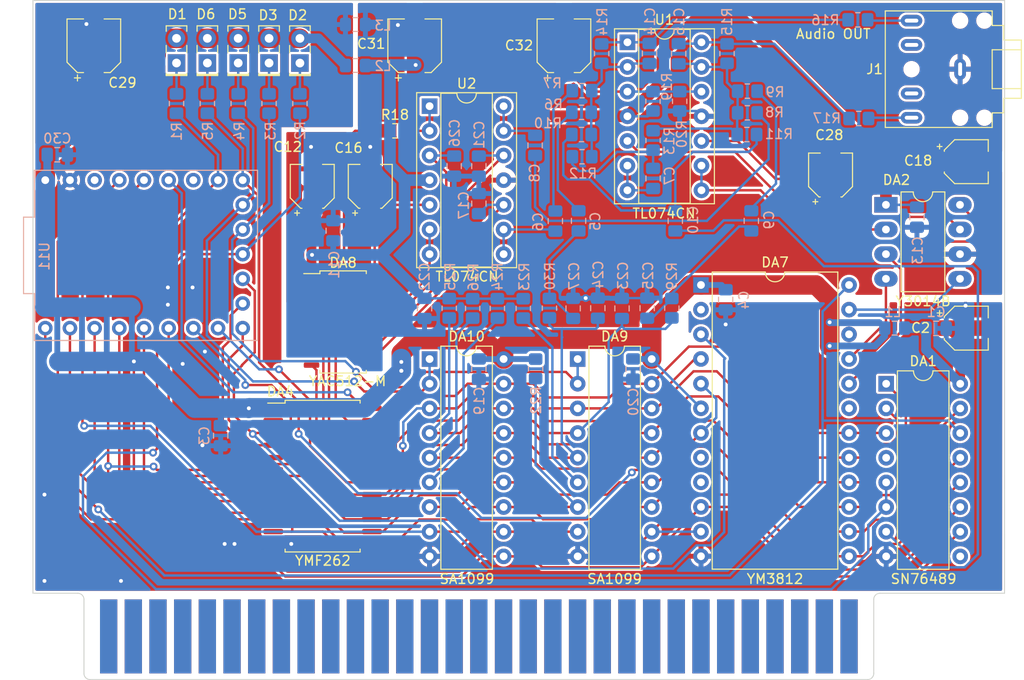
<source format=kicad_pcb>
(kicad_pcb (version 20211014) (generator pcbnew)
  (layers (0 "F.Cu" signal) (31 "B.Cu" signal) (34 "B.Paste" user) (35 "F.Paste" user) (36 "B.SilkS" user "B.Silkscreen") (37 "F.SilkS" user "F.Silkscreen") (38 "B.Mask" user) (39 "F.Mask" user) (44 "Edge.Cuts" user))
  (net 0 "")
  (net 1 "GND")
  (net 2 "VDDA")
  (net 3 "/OutSAA1099_R")
  (net 4 "/Out_OPL3_R")
  (net 5 "Net-(C5-Pad2)")
  (net 6 "Net-(C6-Pad2)")
  (net 7 "/Out_OPL3_L")
  (net 8 "Net-(C7-Pad2)")
  (net 9 "/OutSAA1099_L")
  (net 10 "Net-(C8-Pad2)")
  (net 11 "/OutSN1")
  (net 12 "Net-(C9-Pad2)")
  (net 13 "+5v")
  (net 14 "Net-(C14-Pad1)")
  (net 15 "Net-(C14-Pad2)")
  (net 16 "Net-(C15-Pad1)")
  (net 17 "Net-(C15-Pad2)")
  (net 18 "Net-(C17-Pad1)")
  (net 19 "Net-(C23-Pad1)")
  (net 20 "Net-(C24-Pad1)")
  (net 21 "/ref")
  (net 22 "Net-(D1-Pad1)")
  (net 23 "Net-(D2-Pad1)")
  (net 24 "Net-(D3-Pad1)")
  (net 25 "/DA2")
  (net 26 "/DA1")
  (net 27 "/DA0")
  (net 28 "/~{CS_SN1}")
  (net 29 "/DA7")
  (net 30 "/DA6")
  (net 31 "/DA5")
  (net 32 "/DA4")
  (net 33 "/DA3")
  (net 34 "Net-(D5-Pad1)")
  (net 35 "Net-(D6-Pad1)")
  (net 36 "Net-(DA2-Pad3)")
  (net 37 "/~{IC}")
  (net 38 "/A0")
  (net 39 "Net-(DA2-Pad4)")
  (net 40 "Net-(DA2-Pad5)")
  (net 41 "Net-(DA4-Pad19)")
  (net 42 "/~{CS_SAA1}")
  (net 43 "Net-(DA4-Pad20)")
  (net 44 "/~{DTACK}")
  (net 45 "Net-(C1-Pad2)")
  (net 46 "/~{CS_SAA2}")
  (net 47 "Net-(DA4-Pad21)")
  (net 48 "/clk7.159")
  (net 49 "/Out_L")
  (net 50 "/Out_R")
  (net 51 "/A1")
  (net 52 "/Out_OPL2")
  (net 53 "Net-(C10-Pad2)")
  (net 54 "Net-(DA4-Pad23)")
  (net 56 "GNDA")
  (net 57 "Net-(C16-Pad1)")
  (net 58 "Net-(C21-Pad1)")
  (net 59 "Net-(C26-Pad1)")
  (net 60 "Net-(C28-Pad1)")
  (net 61 "/~{OPL3}")
  (net 62 "Net-(DA8-Pad12)")
  (net 63 "Net-(DA8-Pad14)")
  (net 64 "Net-(DA9-Pad6)")
  (net 65 "Net-(DA10-Pad6)")
  (net 66 "/clk_14")
  (net 67 "/~{OPL2}")
  (net 68 "/clk_3.5")
  (net 71 "Net-(DA2-Pad2)")
  (net 72 "Net-(DA2-Pad8)")
  (net 73 "Net-(J1-PadR)")
  (net 74 "Net-(J1-PadT)")
  (net 75 "Net-(R18-Pad2)")
  (footprint "LED_THT:LED_Rectangular_W5.0mm_H2.0mm" (layer "F.Cu") (at 114.3 91.44 90)
    (fp_text reference "D3")
    (fp_text value "SAA1")
  )
  (footprint "Capacitor_SMD:CP_Elec_4x5.4" (layer "F.Cu") (at 186.055 118.745)
    (fp_text reference "C2")
    (fp_text value "10.0")
  )
  (footprint "Capacitor_SMD:CP_Elec_4x5.4" (layer "F.Cu") (at 186.055 101.6)
    (fp_text reference "C18")
    (fp_text value "10.0")
  )
  (footprint "Capacitor_SMD:CP_Elec_5x5.4" (layer "F.Cu") (at 144.6464 89.662 90)
    (fp_text reference "C32")
    (fp_text value "47.0")
  )
  (footprint "Package_DIP:DIP-24_W15.24mm" (layer "F.Cu") (at 158.75 114.3)
    (fp_text reference "DA7")
    (fp_text value "YM3812")
  )
  (footprint "Package_DIP:DIP-8_W7.62mm_LongPads" (layer "F.Cu") (at 177.785 106.045)
    (fp_text reference "DA2")
    (fp_text value "Y3014B")
  )
  (footprint "LED_THT:LED_Rectangular_W5.0mm_H2.0mm" (layer "F.Cu") (at 111.125 91.44 90)
    (fp_text reference "D5")
    (fp_text value "SAA2")
  )
  (footprint "Capacitor_SMD:CP_Elec_5x5.4" (layer "F.Cu") (at 96.266 89.662 90)
    (fp_text reference "C29")
    (fp_text value "100.0")
  )
  (footprint "Connector_Audio:Jack_3.5mm_CUI_SJ1-3525N_Horizontal" (layer "F.Cu") (at 185.42 92.075 90)
    (fp_text reference "J1")
    (fp_text value "Audio OUT")
  )
  (footprint "Package_DIP:DIP-18_W7.62mm" (layer "F.Cu") (at 130.82 121.93)
    (fp_text reference "DA10")
    (fp_text value "SA1099")
  )
  (footprint "Package_DIP:DIP-16_W7.62mm" (layer "F.Cu") (at 177.81 124.475)
    (fp_text reference "DA1")
    (fp_text value "SN76489")
  )
  (footprint "Capacitor_SMD:CP_Elec_4x5.4" (layer "F.Cu") (at 172.085 102.975 90)
    (fp_text reference "C28")
    (fp_text value "10.0")
  )
  (footprint "Capacitor_SMD:CP_Elec_4x5.4" (layer "F.Cu") (at 118.745 104.14 90)
    (fp_text reference "C12")
    (fp_text value "10.0")
  )
  (footprint "Package_SO:SOIC-16_4.55x10.3mm_P1.27mm" (layer "F.Cu") (at 121.92 118.11)
    (fp_text reference "DA8")
    (fp_text value "YAC512-M")
  )
  (footprint "LED_THT:LED_Rectangular_W5.0mm_H2.0mm" (layer "F.Cu") (at 104.775 91.44 90)
    (fp_text reference "D1")
    (fp_text value "OPL3")
  )
  (footprint "Capacitor_SMD:CP_Elec_5x5.4" (layer "F.Cu") (at 129.286 89.662 90)
    (fp_text reference "C31")
    (fp_text value "100.0")
  )
  (footprint "Package_DIP:DIP-14_W7.62mm_Socket" (layer "F.Cu") (at 151.1808 89.3064)
    (fp_text reference "U1")
    (fp_text value "TL074CN")
  )
  (footprint "Capacitor_SMD:CP_Elec_4x5.4" (layer "F.Cu") (at 124.714 104.14 90)
    (fp_text reference "C16")
    (fp_text value "10.0")
  )
  (footprint "Package_DIP:DIP-18_W7.62mm" (layer "F.Cu") (at 146.06 121.93)
    (fp_text reference "DA9")
    (fp_text value "SA1099")
  )
  (footprint "LED_THT:LED_Rectangular_W5.0mm_H2.0mm" (layer "F.Cu") (at 117.475 91.445 90)
    (fp_text reference "D2")
    (fp_text value "SN1")
  )
  (footprint "Package_DIP:DIP-14_W7.62mm_Socket" (layer "F.Cu") (at 130.82 95.885)
    (fp_text reference "U2")
    (fp_text value "TL074CN")
  )
  (footprint "Resistor_SMD:R_0805_2012Metric_Pad1.20x1.40mm_HandSolder" (layer "F.Cu") (at 127.254 98.425)
    (fp_text reference "R18")
    (fp_text value "33")
  )
  (footprint "Connector_PCBEdge:BUS_AT" (layer "F.Cu") (at 173.99 150.495)
    (fp_text reference "REF**" hide)
    (fp_text value "BUS_AT")
  )
  (footprint "LED_THT:LED_Rectangular_W5.0mm_H2.0mm" (layer "F.Cu") (at 107.95 91.44 90)
    (fp_text reference "D6")
    (fp_text value "OPL2")
  )
  (footprint "Package_SO:SOP-24_7.5x15.4mm_P1.27mm" (layer "F.Cu") (at 119.81 133.985)
    (fp_text reference "DA4")
    (fp_text value "YMF262")
  )
  (footprint "Capacitor_SMD:C_0805_2012Metric_Pad1.18x1.45mm_HandSolder" (layer "B.Cu") (at 153.2128 116.6876 90)
    (fp_text reference "C25")
    (fp_text value "10nF")
  )
  (footprint "Capacitor_SMD:C_0805_2012Metric_Pad1.18x1.45mm_HandSolder" (layer "B.Cu") (at 143.764 107.7175 90)
    (fp_text reference "C6")
    (fp_text value "2,2uF")
  )
  (footprint "Resistor_SMD:R_0805_2012Metric_Pad1.20x1.40mm_HandSolder" (layer "B.Cu") (at 137.795 116.713 90)
    (fp_text reference "R24")
    (fp_text value "10k")
  )
  (footprint "Resistor_SMD:R_0805_2012Metric_Pad1.20x1.40mm_HandSolder" (layer "B.Cu") (at 140.462 116.713 90)
    (fp_text reference "R23")
    (fp_text value "10k")
  )
  (footprint "Capacitor_SMD:C_0805_2012Metric_Pad1.18x1.45mm_HandSolder" (layer "B.Cu") (at 163.9316 107.696 90)
    (fp_text reference "C9")
    (fp_text value "2,2uF")
  )
  (footprint "Resistor_SMD:R_0805_2012Metric_Pad1.20x1.40mm_HandSolder" (layer "B.Cu") (at 146.4564 98.806)
    (fp_text reference "R10")
    (fp_text value "51k")
  )
  (footprint "Capacitor_SMD:C_0805_2012Metric_Pad1.18x1.45mm_HandSolder" (layer "B.Cu") (at 180.975 107.315 -90)
    (fp_text reference "C13")
    (fp_text value "0.1")
  )
  (footprint "Capacitor_SMD:C_0805_2012Metric_Pad1.18x1.45mm_HandSolder" (layer "B.Cu") (at 156.454 90.4837 90)
    (fp_text reference "C15")
    (fp_text value "100p")
  )
  (footprint "Inductor_SMD:L_0805_2012Metric_Pad1.15x1.40mm_HandSolder" (layer "B.Cu") (at 178.689 118.745)
    (fp_text reference "L1")
    (fp_text value "10uH")
  )
  (footprint "Capacitor_SMD:C_0805_2012Metric_Pad1.18x1.45mm_HandSolder" (layer "B.Cu") (at 151.765 122.9575 90)
    (fp_text reference "C20")
    (fp_text value "0.1")
  )
  (footprint "Resistor_SMD:R_0805_2012Metric_Pad1.20x1.40mm_HandSolder" (layer "B.Cu") (at 153.8224 99.4156 -90)
    (fp_text reference "R13")
    (fp_text value "22k")
  )
  (footprint "Resistor_SMD:R_0805_2012Metric_Pad1.20x1.40mm_HandSolder" (layer "B.Cu") (at 148.5292 90.4704 -90)
    (fp_text reference "R14")
    (fp_text value "51k")
  )
  (footprint "Resistor_SMD:R_0805_2012Metric_Pad1.20x1.40mm_HandSolder" (layer "B.Cu") (at 111.125 95.615 -90)
    (fp_text reference "R4")
    (fp_text value "300")
  )
  (footprint "Resistor_SMD:R_0805_2012Metric_Pad1.20x1.40mm_HandSolder" (layer "B.Cu") (at 156.5556 95.382 -90)
    (fp_text reference "R20")
    (fp_text value "10k")
  )
  (footprint "Capacitor_SMD:C_0805_2012Metric_Pad1.18x1.45mm_HandSolder" (layer "B.Cu") (at 120.904 108.712 90)
    (fp_text reference "C11")
    (fp_text value "0.1")
  )
  (footprint "Capacitor_SMD:C_0805_2012Metric_Pad1.18x1.45mm_HandSolder" (layer "B.Cu") (at 153.4568 90.4544 90)
    (fp_text reference "C14")
    (fp_text value "100p")
  )
  (footprint "Resistor_SMD:R_0805_2012Metric_Pad1.20x1.40mm_HandSolder" (layer "B.Cu") (at 114.3 95.615 -90)
    (fp_text reference "R3")
    (fp_text value "300")
  )
  (footprint "Inductor_SMD:L_0805_2012Metric_Pad1.15x1.40mm_HandSolder" (layer "B.Cu") (at 123.19 87.4776)
    (fp_text reference "L3")
    (fp_text value "10uH")
  )
  (footprint "Resistor_SMD:R_0805_2012Metric_Pad1.20x1.40mm_HandSolder" (layer "B.Cu") (at 146.5072 101.092)
    (fp_text reference "R12")
    (fp_text value "22k")
  )
  (footprint "Resistor_SMD:R_0805_2012Metric_Pad1.20x1.40mm_HandSolder" (layer "B.Cu") (at 141.732 122.936 90)
    (fp_text reference "R22")
    (fp_text value "10k")
  )
  (footprint "Capacitor_SMD:C_0805_2012Metric_Pad1.18x1.45mm_HandSolder" (layer "B.Cu") (at 153.8224 103.3272 90)
    (fp_text reference "C7")
    (fp_text value "2,2uF")
  )
  (footprint "Resistor_SMD:R_0805_2012Metric_Pad1.20x1.40mm_HandSolder" (layer "B.Cu") (at 146.5072 94.2848 180)
    (fp_text reference "R7")
    (fp_text value "22k")
  )
  (footprint "Resistor_SMD:R_0805_2012Metric_Pad1.20x1.40mm_HandSolder" (layer "B.Cu") (at 146.4564 96.52 180)
    (fp_text reference "R6")
    (fp_text value "100k")
  )
  (footprint "Capacitor_SMD:C_0805_2012Metric_Pad1.18x1.45mm_HandSolder" (layer "B.Cu") (at 141.6812 99.9236 -90)
    (fp_text reference "C8")
    (fp_text value "2,2uF")
  )
  (footprint "Resistor_SMD:R_0805_2012Metric_Pad1.20x1.40mm_HandSolder" (layer "B.Cu") (at 163.5252 96.5708)
    (fp_text reference "R8")
    (fp_text value "22k")
  )
  (footprint "Resistor_SMD:R_0805_2012Metric_Pad1.20x1.40mm_HandSolder" (layer "B.Cu") (at 163.4744 98.806 180)
    (fp_text reference "R11")
    (fp_text value "51k")
  )
  (footprint "Capacitor_SMD:C_0805_2012Metric_Pad1.18x1.45mm_HandSolder" (layer "B.Cu") (at 130.302 116.713 90)
    (fp_text reference "C22")
    (fp_text value "0.1")
  )
  (footprint "Capacitor_SMD:C_0805_2012Metric_Pad1.18x1.45mm_HandSolder" (layer "B.Cu") (at 145.5928 116.713 90)
    (fp_text reference "C27")
    (fp_text value "10nF")
  )
  (footprint "Resistor_SMD:R_0805_2012Metric_Pad1.20x1.40mm_HandSolder" (layer "B.Cu") (at 135.255 116.713 90)
    (fp_text reference "R26")
    (fp_text value "1k")
  )
  (footprint "Capacitor_SMD:C_0805_2012Metric_Pad1.18x1.45mm_HandSolder" (layer "B.Cu") (at 135.89 122.9575 90)
    (fp_text reference "C19")
    (fp_text value "0.1")
  )
  (footprint "Capacitor_SMD:C_0805_2012Metric_Pad1.18x1.45mm_HandSolder" (layer "B.Cu") (at 133.35 102.0572 -90)
    (fp_text reference "C26")
    (fp_text value "68pF")
  )
  (footprint "Resistor_SMD:R_0805_2012Metric_Pad1.20x1.40mm_HandSolder" (layer "B.Cu") (at 153.8124 95.382 -90)
    (fp_text reference "R19")
    (fp_text value "10k")
  )
  (footprint "Resistor_SMD:R_0805_2012Metric_Pad1.20x1.40mm_HandSolder" (layer "B.Cu") (at 104.775 95.615 -90)
    (fp_text reference "R1")
    (fp_text value "300")
  )
  (footprint "Resistor_SMD:R_0805_2012Metric_Pad1.20x1.40mm_HandSolder" (layer "B.Cu") (at 174.895 86.995 180)
    (fp_text reference "R16")
    (fp_text value "1k")
  )
  (footprint "Capacitor_SMD:C_0805_2012Metric_Pad1.18x1.45mm_HandSolder" (layer "B.Cu") (at 146.1516 107.696 90)
    (fp_text reference "C5")
    (fp_text value "2,2uF")
  )
  (footprint "Capacitor_SMD:C_0805_2012Metric_Pad1.18x1.45mm_HandSolder" (layer "B.Cu") (at 135.89 105.918 90)
    (fp_text reference "C17")
    (fp_text value "2.7nF")
  )
  (footprint "Capacitor_SMD:C_0805_2012Metric_Pad1.18x1.45mm_HandSolder" (layer "B.Cu") (at 109.3216 129.8233 -90)
    (fp_text reference "C3")
    (fp_text value "0.1")
  )
  (footprint "Capacitor_SMD:C_0805_2012Metric_Pad1.18x1.45mm_HandSolder" (layer "B.Cu") (at 148.1328 116.6876 90)
    (fp_text reference "C24")
    (fp_text value "10nF")
  )
  (footprint "Capacitor_SMD:C_0805_2012Metric_Pad1.18x1.45mm_HandSolder" (layer "B.Cu") (at 150.622 116.713 90)
    (fp_text reference "C23")
    (fp_text value "10nF")
  )
  (footprint "Resistor_SMD:R_0805_2012Metric_Pad1.20x1.40mm_HandSolder" (layer "B.Cu") (at 174.99 97.155 180)
    (fp_text reference "R17")
    (fp_text value "1k")
  )
  (footprint "Resistor_SMD:R_0805_2012Metric_Pad1.20x1.40mm_HandSolder" (layer "B.Cu") (at 117.475 95.615 -90)
    (fp_text reference "R2")
    (fp_text value "300")
  )
  (footprint "Resistor_SMD:R_0805_2012Metric_Pad1.20x1.40mm_HandSolder" (layer "B.Cu") (at 143.1544 116.6876 -90)
    (fp_text reference "R30")
    (fp_text value "1k")
  )
  (footprint "Resistor_SMD:R_0805_2012Metric_Pad1.20x1.40mm_HandSolder" (layer "B.Cu") (at 161.4324 90.4704 -90)
    (fp_text reference "R15")
    (fp_text value "51k")
  )
  (footprint "Capacitor_SMD:C_0805_2012Metric_Pad1.18x1.45mm_HandSolder" (layer "B.Cu") (at 182.9523 118.7704 180)
    (fp_text reference "C1")
    (fp_text value "0.1")
  )
  (footprint "Inductor_SMD:L_0805_2012Metric_Pad1.15x1.40mm_HandSolder" (layer "B.Cu") (at 123.19 91.694)
    (fp_text reference "L2")
    (fp_text value "10uH")
  )
  (footprint "Capacitor_SMD:C_0805_2012Metric_Pad1.18x1.45mm_HandSolder" (layer "B.Cu") (at 156.1084 107.696 90)
    (fp_text reference "C10")
    (fp_text value "2,2uF")
  )
  (footprint "LIBS:RP2040-Zero" (layer "B.Cu") (at 89.9976 102.235 -90)
    (fp_text reference "U11")
    (fp_text value "RP2040-Zero")
  )
  (footprint "Resistor_SMD:R_0805_2012Metric_Pad1.20x1.40mm_HandSolder" (layer "B.Cu") (at 163.5252 94.3356)
    (fp_text reference "R9")
    (fp_text value "100k")
  )
  (footprint "Resistor_SMD:R_0805_2012Metric_Pad1.20x1.40mm_HandSolder" (layer "B.Cu") (at 155.7528 116.6876 -90)
    (fp_text reference "R29")
    (fp_text value "1k")
  )
  (footprint "Capacitor_SMD:C_0805_2012Metric_Pad1.18x1.45mm_HandSolder" (layer "B.Cu") (at 161.29 115.824 -90)
    (fp_text reference "C4")
    (fp_text value "0.1")
  )
  (footprint "Capacitor_SMD:C_0805_2012Metric_Pad1.18x1.45mm_HandSolder" (layer "B.Cu") (at 92.5068 100.8888)
    (fp_text reference "C30")
    (fp_text value "0.1")
  )
  (footprint "Resistor_SMD:R_0805_2012Metric_Pad1.20x1.40mm_HandSolder" (layer "B.Cu") (at 107.95 95.615 -90)
    (fp_text reference "R5")
    (fp_text value "300")
  )
  (footprint "Capacitor_SMD:C_0805_2012Metric_Pad1.18x1.45mm_HandSolder" (layer "B.Cu") (at 135.89 102.0572 -90)
    (fp_text reference "C21")
    (fp_text value "2.7nF")
  )
  (footprint "Resistor_SMD:R_0805_2012Metric_Pad1.20x1.40mm_HandSolder" (layer "B.Cu") (at 132.842 116.697 90)
    (fp_text reference "R25")
    (fp_text value "1k")
  )
  (gr_line (start 95.25 146.685) (end 95.25 154.305) (layer "Edge.Cuts") (width 0.1))
  (gr_arc (start 176.53 146.685) (mid 176.715987 146.235987) (end 177.165 146.05) (layer "Edge.Cuts") (width 0.1))
  (gr_line (start 176.53 146.685) (end 176.53 154.305) (layer "Edge.Cuts") (width 0.1))
  (gr_line (start 175.895 154.94) (end 95.885 154.94) (layer "Edge.Cuts") (width 0.1))
  (gr_arc (start 95.885 154.94) (mid 95.435987 154.754013) (end 95.25 154.305) (layer "Edge.Cuts") (width 0.1))
  (gr_line (start 90 146.05) (end 94.615 146.05) (layer "Edge.Cuts") (width 0.1))
  (gr_line (start 90 85) (end 190 85) (layer "Edge.Cuts") (width 0.1))
  (gr_arc (start 176.53 154.305) (mid 176.344013 154.754013) (end 175.895 154.94) (layer "Edge.Cuts") (width 0.1))
  (gr_line (start 189.992 146.05) (end 177.165 146.05) (layer "Edge.Cuts") (width 0.1))
  (gr_line (start 90 85) (end 90 146.05) (layer "Edge.Cuts") (width 0.1))
  (gr_arc (start 94.615 146.05) (mid 95.064013 146.235987) (end 95.25 146.685) (layer "Edge.Cuts") (width 0.1))
  (gr_line (start 190 85) (end 189.992 146.05) (layer "Edge.Cuts") (width 0.1))
  (gr_text "YMF262" (at 119.8372 142.6972) (layer "F.SilkS") (effects (font (size 1 1))))
  (gr_text "Y3014B" (at 181.61 115.9764) (layer "F.SilkS") (effects (font (size 1 1))))
  (gr_text "TL074CN" (at 134.6708 113.4364) (layer "F.SilkS") (effects (font (size 1 1))))
  (gr_text "SA1099" (at 134.6708 144.5768) (layer "F.SilkS") (effects (font (size 1 1))))
  (gr_text "YAC512-M" (at 122.3772 124.206) (layer "F.SilkS") (effects (font (size 1 1))))
  (gr_text "Audio OUT" (at 172.3644 88.4428) (layer "F.SilkS") (effects (font (size 1 1))))
  (gr_text "SA1099" (at 149.86 144.5768) (layer "F.SilkS") (effects (font (size 1 1))))
  (gr_text "YM3812" (at 166.37 144.5768) (layer "F.SilkS") (effects (font (size 1 1))))
  (gr_text "TL074CN" (at 154.94 106.934) (layer "F.SilkS") (effects (font (size 1 1))))
  (gr_text "SN76489" (at 181.6608 144.5768) (layer "F.SilkS") (effects (font (size 1 1))))
  (segment (start 107.7576 114.6156) (end 107.7576 121.0964) (width 0.6) (layer "F.Cu") (net 1))
  (segment (start 103.886 116.332) (end 103.886 114.554) (width 0.6) (layer "F.Cu") (net 1))
  (segment (start 105.2576 116.332) (end 103.886 116.332) (width 0.6) (layer "F.Cu") (net 1))
  (segment (start 105.2576 122.2756) (end 105.2576 116.332) (width 0.6) (layer "F.Cu") (net 1))
  (segment (start 114.73 140.97) (end 116.586 140.97) (width 0.25) (layer "F.Cu") (net 1))
  (segment (start 106.426 114.554) (end 107.696 114.554) (width 0.6) (layer "F.Cu") (net 1))
  (segment (start 96.266 87.462) (end 95.5392 87.462) (width 0.25) (layer "F.Cu") (net 1))
  (segment (start 105.41 122.428) (end 105.2576 122.2756) (width 0.6) (layer "F.Cu") (net 1))
  (segment (start 107.7576 121.0964) (end 107.696 121.158) (width 0.6) (layer "F.Cu") (net 1))
  (segment (start 103.886 114.554) (end 106.426 114.554) (width 0.6) (layer "F.Cu") (net 1))
  (segment (start 107.696 114.554) (end 107.7576 114.6156) (width 0.6) (layer "F.Cu") (net 1))
  (segment (start 95.5392 87.462) (end 95.504 87.4268) (width 0.25) (layer "F.Cu") (net 1))
  (via (at 91.186 144.78) (size 0.8) (drill 0.4) (layers "F.Cu" "B.Cu") (net 1))
  (via (at 106.426 114.554) (size 0.8) (drill 0.4) (layers "F.Cu" "B.Cu") (net 1))
  (via (at 185.9788 116.4336) (size 0.8) (drill 0.4) (layers "F.Cu" "B.Cu") (net 1))
  (via (at 110.744 140.97) (size 0.8) (drill 0.4) (layers "F.Cu" "B.Cu") (net 1))
  (via (at 161.29 118.364) (size 0.8) (drill 0.4) (layers "F.Cu" "B.Cu") (net 1))
  (via (at 116.586 140.97) (size 0.8) (drill 0.4) (layers "F.Cu" "B.Cu") (net 1))
  (via (at 103.886 116.332) (size 0.8) (drill 0.4) (layers "F.Cu" "B.Cu") (net 1))
  (via (at 105.41 122.428) (size 0.8) (drill 0.4) (layers "F.Cu" "B.Cu") (net 1))
  (via (at 103.886 114.554) (size 0.8) (drill 0.4) (layers "F.Cu" "B.Cu") (net 1))
  (via (at 99.06 144.78) (size 0.8) (drill 0.4) (layers "F.Cu" "B.Cu") (net 1))
  (via (at 95.504 87.4268) (size 0.8) (drill 0.4) (layers "F.Cu" "B.Cu") (net 1))
  (via (at 107.442 130.81) (size 0.8) (drill 0.4) (layers "F.Cu" "B.Cu") (net 1))
  (via (at 91.186 135.89) (size 0.8) (drill 0.4) (layers "F.Cu" "B.Cu") (net 1))
  (via (at 109.728 140.97) (size 0.8) (drill 0.4) (layers "F.Cu" "B.Cu") (net 1))
  (via (at 107.696 121.158) (size 0.8) (drill 0.4) (layers "F.Cu" "B.Cu") (net 1))
  (segment (start 93.8076 101.1521) (end 93.5443 100.8888) (width 0.25) (layer "B.Cu") (net 1))
  (segment (start 119.8372 116.205) (end 120.3198 115.7224) (width 0.25) (layer "F.Cu") (net 2))
  (segment (start 116.586 116.3828) (end 116.7638 116.205) (width 0.25) (layer "F.Cu") (net 2))
  (segment (start 116.7638 116.205) (end 118.67 116.205) (width 0.25) (layer "F.Cu") (net 2))
  (segment (start 154.7876 93.3196) (end 154.7876 90.3732) (width 1.2) (layer "F.Cu") (net 2))
  (segment (start 118.67 113.284) (end 118.67 106.015) (width 1) (layer "F.Cu") (net 2))
  (segment (start 118.67 120.015) (end 116.6114 120.015) (width 0.25) (layer "F.Cu") (net 2))
  (segment (start 177.785 101.6358) (end 177.785 106.045) (width 1.2) (layer "F.Cu") (net 2))
  (segment (start 118.67 116.205) (end 119.8372 116.205) (width 0.25) (layer "F.Cu") (net 2))
  (segment (start 125.17 122.555) (end 124.2822 122.555) (width 0.25) (layer "F.Cu") (net 2))
  (segment (start 154.7876 90.3732) (end 158.1912 86.9696) (width 1.2) (layer "F.Cu") (net 2))
  (segment (start 177.6834 101.6358) (end 177.785 101.6358) (width 1.2) (layer "F.Cu") (net 2))
  (segment (start 120.3198 114.2746) (end 119.7102 113.665) (width 0.25) (layer "F.Cu") (net 2))
  (segment (start 163.0172 86.9696) (end 177.6834 101.6358) (width 1.2) (layer "F.Cu") (net 2))
  (segment (start 119.7102 113.665) (end 118.67 113.665) (width 0.25) (layer "F.Cu") (net 2))
  (segment (start 122.0906 120.3634) (end 122.0906 118.3822) (width 0.25) (layer "F.Cu") (net 2))
  (segment (start 116.6114 120.015) (end 116.586 119.9896) (width 0.25) (layer "F.Cu") (net 2))
  (segment (start 122.0906 118.3822) (end 119.9134 116.205) (width 0.25) (layer "F.Cu") (net 2))
  (segment (start 116.586 119.9896) (end 116.586 116.3828) (width 0.25) (layer "F.Cu") (net 2))
  (segment (start 158.1912 86.9696) (end 163.0172 86.9696) (width 1.2) (layer "F.Cu") (net 2))
  (segment (start 142.4432 96.9264) (end 151.1808 96.9264) (width 1.2) (layer "F.Cu") (net 2))
  (segment (start 119.9134 116.205) (end 118.67 116.205) (width 0.25) (layer "F.Cu") (net 2))
  (segment (start 179.8828 101.6) (end 184.255 101.6) (width 0.25) (layer "F.Cu") (net 2))
  (segment (start 120.3198 115.7224) (end 120.3198 114.2746) (width 0.25) (layer "F.Cu") (net 2))
  (segment (start 124.2822 122.555) (end 122.0906 120.3634) (width 0.25) (layer "F.Cu") (net 2))
  (segment (start 184.255 101.6) (end 177.8208 101.6) (width 1.2) (layer "F.Cu") (net 2))
  (segment (start 118.67 106.015) (end 118.745 105.94) (width 0.25) (layer "F.Cu") (net 2))
  (segment (start 129.3876 91.6432) (end 137.16 91.6432) (width 1.2) (layer "F.Cu") (net 2))
  (segment (start 137.16 91.6432) (end 142.4432 96.9264) (width 1.2) (layer "F.Cu") (net 2))
  (segment (start 177.8208 101.6) (end 177.785 101.6358) (width 1.2) (layer "F.Cu") (net 2))
  (segment (start 151.1808 96.9264) (end 154.7876 93.3196) (width 1.2) (layer "F.Cu") (net 2))
  (segment (start 177.785 106.045) (end 177.785 103.6978) (width 0.25) (layer "F.Cu") (net 2))
  (via (at 129.3876 91.6432) (size 0.8) (drill 0.4) (layers "F.Cu" "B.Cu") (net 2))
  (via (at 118.7196 111.2012) (size 0.8) (drill 0.4) (layers "F.Cu" "B.Cu") (net 2))
  (segment (start 153.268 96.9264) (end 151.1808 96.9264) (width 0.25) (layer "B.Cu") (net 2))
  (segment (start 130.302 115.6755) (end 129.56345 114.93695) (width 0.4) (layer "B.Cu") (net 2))
  (segment (start 132.842 115.697) (end 135.239 115.697) (width 0.25) (layer "B.Cu") (net 2))
  (segment (start 126.746 91.694) (end 126.7968 91.6432) (width 1.2) (layer "B.Cu") (net 2))
  (segment (start 135.239 115.697) (end 135.255 115.713) (width 0.25) (layer "B.Cu") (net 2))
  (segment (start 137.795 115.713) (end 140.462 115.713) (width 0.25) (layer "B.Cu") (net 2))
  (segment (start 153.8124 96.382) (end 153.268 96.9264) (width 0.25) (layer "B.Cu") (net 2))
  (segment (start 126.746 102.0064) (end 126.746 91.694) (width 1.2) (layer "B.Cu") (net 2))
  (segment (start 135.255 115.713) (end 137.795 115.713) (width 0.25) (layer "B.Cu") (net 2))
  (segment (start 128.2446 103.505) (end 126.746 102.0064) (width 1.2) (layer "B.Cu") (net 2))
  (segment (start 126.7968 91.6432) (end 129.3876 91.6432) (width 1.2) (layer "B.Cu") (net 2))
  (segment (start 120.8532 111.2012) (end 118.7196 111.2012) (width 1.2) (layer "B.Cu") (net 2))
  (segment (start 130.302 115.6755) (end 132.8205 115.6755) (width 0.25) (layer "B.Cu") (net 2))
  (segment (start 125.8277 111.2012) (end 129.56345 114.93695) (width 1.2) (layer "B.Cu") (net 2))
  (segment (start 126.746 91.694) (end 124.215 91.694) (width 1.2) (layer "B.Cu") (net 2))
  (segment (start 125.8277 111.2012) (end 120.8532 111.2012) (width 1.2) (layer "B.Cu") (net 2))
  (segment (start 180.7425 106.045) (end 180.975 106.2775) (width 0.25) (layer "B.Cu") (net 2))
  (segment (start 132.8205 115.6755) (end 132.842 115.697) (width 0.25) (layer "B.Cu") (net 2))
  (segment (start 128.2446 108.7843) (end 125.8277 111.2012) (width 1.2) (layer "B.Cu") (net 2))
  (segment (start 177.785 106.045) (end 180.7425 106.045) (width 0.25) (layer "B.Cu") (net 2))
  (segment (start 120.904 111.1504) (end 120.8532 111.2012) (width 0.25) (layer "B.Cu") (net 2))
  (segment (start 128.2446 103.505) (end 128.2446 108.7843) (width 1.2) (layer "B.Cu") (net 2))
  (segment (start 130.82 103.505) (end 128.2446 103.505) (width 1.2) (layer "B.Cu") (net 2))
  (segment (start 120.904 109.7495) (end 120.904 111.1504) (width 0.6) (layer "B.Cu") (net 2))
  (segment (start 153.7153 117.7251) (end 155.7528 115.6876) (width 0.25) (layer "B.Cu") (net 3))
  (segment (start 153.2128 117.7251) (end 153.7153 117.7251) (width 0.25) (layer "B.Cu") (net 3))
  (segment (start 162.66619 108.2763) (end 164.1348 108.2763) (width 0.25) (layer "B.Cu") (net 3))
  (segment (start 155.7528 115.18969) (end 162.66619 108.2763) (width 0.25) (layer "B.Cu") (net 3))
  (segment (start 155.7528 115.6876) (end 155.7528 115.18969) (width 0.25) (layer "B.Cu") (net 3))
  (segment (start 138.44 95.885) (end 138.44 98.425) (width 0.25) (layer "B.Cu") (net 4))
  (segment (start 141.2201 98.425) (end 141.6812 98.8861) (width 0.25) (layer "B.Cu") (net 4))
  (segment (start 138.44 98.425) (end 141.2201 98.425) (width 0.25) (layer "B.Cu") (net 4))
  (segment (start 144.018 104.5249) (end 146.1516 106.6585) (width 0.25) (layer "B.Cu") (net 5))
  (segment (start 144.018 97.9584) (end 144.018 104.5249) (width 0.25) (layer "B.Cu") (net 5))
  (segment (start 145.4564 96.52) (end 144.018 97.9584) (width 0.25) (layer "B.Cu") (net 5))
  (segment (start 143.764 106.68) (end 143.568499 106.484499) (width 0.25) (layer "B.Cu") (net 6))
  (segment (start 143.568499 96.223501) (end 145.5072 94.2848) (width 0.25) (layer "B.Cu") (net 6))
  (segment (start 143.568499 106.484499) (end 143.568499 96.223501) (width 0.25) (layer "B.Cu") (net 6))
  (segment (start 138.44 108.585) (end 138.44 111.125) (width 0.25) (layer "B.Cu") (net 7))
  (segment (start 143.594 108.585) (end 143.764 108.755) (width 0.25) (layer "B.Cu") (net 7))
  (segment (start 138.44 108.585) (end 143.594 108.585) (width 0.25) (layer "B.Cu") (net 7))
  (segment (start 153.8224 100.4156) (end 153.6466 100.5914) (width 0.25) (layer "B.Cu") (net 8))
  (segment (start 153.6466 100.5914) (end 150.1066 100.5914) (width 0.25) (layer "B.Cu") (net 8))
  (segment (start 146.2024 102.5652) (end 145.5072 101.87) (width 0.25) (layer "B.Cu") (net 8))
  (segment (start 145.5072 101.87) (end 145.5072 101.092) (width 0.25) (layer "B.Cu") (net 8))
  (segment (start 153.8224 102.2897) (end 153.8224 100.4156) (width 0.25) (layer "B.Cu") (net 8))
  (segment (start 150.1066 100.5914) (end 148.1328 102.5652) (width 0.25) (layer "B.Cu") (net 8))
  (segment (start 148.1328 102.5652) (end 146.2024 102.5652) (width 0.25) (layer "B.Cu") (net 8))
  (segment (start 143.1544 115.6876) (end 143.5299 115.6876) (width 0.25) (layer "B.Cu") (net 9))
  (segment (start 143.1544 111.7307) (end 146.1516 108.7335) (width 0.25) (layer "B.Cu") (net 9))
  (segment (start 143.1544 115.6876) (end 143.1544 111.7307) (width 0.25) (layer "B.Cu") (net 9))
  (segment (start 143.5299 115.6876) (end 145.5928 117.7505) (width 0.25) (layer "B.Cu") (net 9))
  (segment (start 141.6812 106.2736) (end 143.1036 107.696) (width 0.25) (layer "B.Cu") (net 10))
  (segment (start 141.6812 100.9611) (end 141.6812 106.2736) (width 0.25) (layer "B.Cu") (net 10))
  (segment (start 159.3596 107.696) (end 165.7096 101.346) (width 0.25) (layer "B.Cu") (net 10))
  (segment (start 165.7096 101.346) (end 165.7096 97.7552) (width 0.25) (layer "B.Cu") (net 10))
  (segment (start 165.7096 97.7552) (end 164.5252 96.5708) (width 0.25) (layer "B.Cu") (net 10))
  (segment (start 143.1036 107.696) (end 159.3596 107.696) (width 0.25) (layer "B.Cu") (net 10))
  (segment (start 156.1084 108.7335) (end 156.294763 108.7335) (width 0.25) (layer "B.Cu") (net 11))
  (segment (start 156.316263 108.712) (end 160.02 108.712) (width 0.25) (layer "B.Cu") (net 11))
  (segment (start 185.895991 143.38) (end 181.475 143.38) (width 0.25) (layer "B.Cu") (net 11))
  (segment (start 161.0868 107.6452) (end 166.6748 107.6452) (width 0.25) (layer "B.Cu") (net 11))
  (segment (start 160.02 108.712) (end 161.0868 107.6452) (width 0.25) (layer "B.Cu") (net 11))
  (segment (start 156.294763 108.7335) (end 156.316263 108.712) (width 0.25) (layer "B.Cu") (net 11))
  (segment (start 181.475 143.38) (end 177.81 139.715) (width 0.25) (layer "B.Cu") (net 11))
  (segment (start 186.69 112.3696) (end 187.2488 112.9284) (width 0.25) (layer "B.Cu") (net 11))
  (segment (start 171.3992 112.3696) (end 186.69 112.3696) (width 0.25) (layer "B.Cu") (net 11))
  (segment (start 187.2488 142.027191) (end 185.895991 143.38) (width 0.25) (layer "B.Cu") (net 11))
  (segment (start 187.2488 112.9284) (end 187.2488 142.027191) (width 0.25) (layer "B.Cu") (net 11))
  (segment (start 166.6748 107.6452) (end 171.3992 112.3696) (width 0.25) (layer "B.Cu") (net 11))
  (segment (start 166.4716 96.282) (end 164.5252 94.3356) (width 0.25) (layer "B.Cu") (net 12))
  (segment (start 164.1348 106.2013) (end 166.4716 103.8645) (width 0.25) (layer "B.Cu") (net 12))
  (segment (start 166.4716 103.8645) (end 166.4716 96.282) (width 0.25) (layer "B.Cu") (net 12))
  (segment (start 104.775 88.9) (end 107.95 88.9) (width 2) (layer "F.Cu") (net 13))
  (segment (start 129.2948 119.93) (end 127.912001 121.312799) (width 2) (layer "F.Cu") (net 13))
  (segment (start 158.75 114.3) (end 170.5864 114.3) (width 2) (layer "F.Cu") (net 13))
  (segment (start 107.95 88.9) (end 111.125 88.9) (width 2) (layer "F.Cu") (net 13))
  (segment (start 91.2676 100.7564) (end 92.7608 99.2632) (width 2) (layer "F.Cu") (net 13))
  (segment (start 101.432 91.862) (end 102.6668 90.6272) (width 2) (layer "F.Cu") (net 13))
  (segment (start 171.99 115.7036) (end 171.99 120.5804) (width 2) (layer "F.Cu") (net 13))
  (segment (start 91.2676 101.1628) (end 96.266 96.1644) (width 2) (layer "F.Cu") (net 13))
  (segment (start 138.44 121.93) (end 136.44 119.93) (width 2) (layer "F.Cu") (net 13))
  (segment (start 136.44 119.93) (end 129.2948 119.93) (width 2) (layer "F.Cu") (net 13))
  (segment (start 101.1428 134.62) (end 100.388599 133.865799) (width 0.25) (layer "F.Cu") (net 13))
  (segment (start 114.3 88.9) (end 117.47 88.9) (width 2) (layer "F.Cu") (net 13))
  (segment (start 91.2676 103.505) (end 91.2676 100.7564) (width 2) (layer "F.Cu") (net 13))
  (segment (start 102.6668 89.2556) (end 103.0224 88.9) (width 2) (layer "F.Cu") (net 13))
  (segment (start 102.6668 90.6272) (end 102.675 90.6272) (width 2) (layer "F.Cu") (net 13))
  (segment (start 103.0224 88.9) (end 104.775 88.9) (width 2) (layer "F.Cu") (net 13))
  (segment (start 153.68 118.2524) (end 153.68 121.93) (width 2) (layer "F.Cu") (net 13))
  (segment (start 96.266 91.862) (end 101.432 91.862) (width 2) (layer "F.Cu") (net 13))
  (segment (start 158.75 114.3) (end 157.6324 114.3) (width 2) (layer "F.Cu") (net 13))
  (segment (start 127.912 123.141602) (end 127.912001 122.227201) (width 2) (layer "F.Cu") (net 13))
  (segment (start 127.912001 121.312799) (end 127.912001 122.227201) (width 2) (layer "F.Cu") (net 13))
  (segment (start 170.5864 114.3) (end 171.99 115.7036) (width 2) (layer "F.Cu") (net 13))
  (segment (start 91.2676 103.505) (end 91.2676 101.1628) (width 2) (layer "F.Cu") (net 13))
  (segment (start 171.99 120.5804) (end 172.0596 120.65) (width 2) (layer "F.Cu") (net 13))
  (segment (start 138.44 120.6908) (end 139.2428 119.888) (width 2) (layer "F.Cu") (net 13))
  (segment (start 157.6324 114.3) (end 153.68 118.2524) (width 2) (layer "F.Cu") (net 13))
  (segment (start 114.73 127) (end 112.217199 126.999999) (width 0.4) (layer "F.Cu") (net 13))
  (segment (start 139.2428 119.888) (end 153.67 119.888) (width 2) (layer "F.Cu") (net 13))
  (segment (start 114.7085 126.9785) (end 114.73 127) (width 0.25) (layer "F.Cu") (net 13))
  (segment (start 102.675 90.6272) (end 102.675 89.2638) (width 2) (layer "F.Cu") (net 13))
  (segment (start 153.67 119.888) (end 153.67 121.92) (width 0.25) (layer "F.Cu") (net 13))
  (segment (start 100.388599 133.865799) (end 100.388599 122.173999) (width 0.25) (layer "F.Cu") (net 13))
  (segment (start 96.266 96.1644) (end 96.266 91.862) (width 2) (layer "F.Cu") (net 13))
  (segment (start 102.675 89.2638) (end 102.6668 89.2556) (width 2) (layer "F.Cu") (net 13))
  (segment (start 138.44 121.93) (end 138.44 120.6908) (width 2) (layer "F.Cu") (net 13))
  (segment (start 111.125 88.9) (end 114.3 88.9) (width 2) (layer "F.Cu") (net 13))
  (segment (start 153.67 121.92) (end 153.68 121.93) (width 0.25) (layer "F.Cu") (net 13))
  (segment (start 114.73 134.62) (end 101.1428 134.62) (width 0.25) (layer "F.Cu") (net 13))
  (segment (start 117.47 88.9) (end 117.475 88.905) (width 2) (layer "F.Cu") (net 13))
  (via (at 171.99 118.142) (size 0.8) (drill 0.4) (layers "F.Cu" "B.Cu") (net 13))
  (via (at 127.912 123.1416) (size 0.8) (drill 0.4) (layers "F.Cu" "B.Cu") (net 13))
  (via (at 127.912001 122.227201) (size 0.8) (drill 0.4) (layers "F.Cu" "B.Cu") (net 13))
  (via (at 100.388599 122.173999) (size 0.8) (drill 0.4) (layers "F.Cu" "B.Cu") (net 13))
  (via (at 127.912 123.141602) (size 0.8) (drill 0.4) (layers "F.Cu" "B.Cu") (net 13))
  (via (at 112.217199 126.999999) (size 0.8) (drill 0.4) (layers "F.Cu" "B.Cu") (net 13))
  (via (at 171.99 120.5804) (size 0.8) (drill 0.4) (layers "F.Cu" "B.Cu") (net 13))
  (segment (start 97.282 122.174) (end 92.6592 122.174) (width 2) (layer "B.Cu") (net 13))
  (segment (start 177.664 119.5668) (end 176.6508 120.58) (width 0.7) (layer "B.Cu") (net 13))
  (segment (start 141.726 121.93) (end 138.44 121.93) (width 0.6) (layer "B.Cu") (net 13))
  (segment (start 177.099 118.18) (end 172.028 118.18) (width 0.7) (layer "B.Cu") (net 13))
  (segment (start 177.664 118.745) (end 177.099 118.18) (width 0.4) (layer "B.Cu") (net 13))
  (segment (start 141.732 121.936) (end 141.726 121.93) (width 0.25) (layer "B.Cu") (net 13))
  (segment (start 177.664 118.745) (end 177.664 119.5668) (width 0.4) (layer "B.Cu") (net 13))
  (segment (start 124.1044 126.9492) (end 127.912001 123.141599) (width 2) (layer "B.Cu") (net 13))
  (segment (start 97.5868 116.586) (end 97.5976 116.5968) (width 0.6) (layer "B.Cu") (net 13))
  (segment (start 153.68 121.93) (end 158.75 127) (width 0.25) (layer "B.Cu") (net 13))
  (segment (start 153.67 121.92) (end 153.68 121.93) (width 0.25) (layer "B.Cu") (net 13))
  (segment (start 109.3216 128.7858) (end 109.3216 127.4572) (width 0.6) (layer "B.Cu") (net 13))
  (segment (start 112.1957 126.9785) (end 108.8429 126.9785) (width 2) (layer "B.Cu") (net 13))
  (segment (start 97.5976 116.5968) (end 97.5976 121.8584) (width 0.6) (layer "B.Cu") (net 13))
  (segment (start 122.165 91.694) (end 119.376 88.905) (width 1) (layer "B.Cu") (net 13))
  (segment (start 100.1776 122.0216) (end 100.4316 122.2756) (width 0.6) (layer "B.Cu") (net 13))
  (segment (start 171.9904 120.58) (end 171.99 120.5804) (width 0.4) (layer "B.Cu") (net 13))
  (segment (start 100.076 116.586) (end 100.1776 116.6876) (width 0.6) (layer "B.Cu") (net 13))
  (segment (start 117.47 88.9) (end 117.475 88.905) (width 0.25) (layer "B.Cu") (net 13))
  (segment (start 95.0976 116.7892) (end 95.3008 116.586) (width 0.6) (layer "B.Cu") (net 13))
  (segment (start 112.217199 126.999999) (end 112.267998 126.9492) (width 2) (layer "B.Cu") (net 13))
  (segment (start 101.854 122.174) (end 101.9556 122.2756) (width 2) (layer "B.Cu") (net 13))
  (segment (start 112.217199 126.999999) (end 112.1957 126.9785) (width 2) (layer "B.Cu") (net 13))
  (segment (start 108.8429 126.9785) (end 106.6585 126.9785) (width 2) (layer "B.Cu") (net 13))
  (segment (start 135.89 121.92) (end 135.9 121.93) (width 0.25) (layer "B.Cu") (net 13))
  (segment (start 91.2368 116.586) (end 92.8116 116.586) (width 2) (layer "B.Cu") (net 13))
  (segment (start 92.5068 116.5568) (end 92.5068 121.8184) (width 0.6) (layer "B.Cu") (net 13))
  (segment (start 91.2676 116.5552) (end 91.2368 116.586) (width 2) (layer "B.Cu") (net 13))
  (segment (start 91.2676 103.505) (end 91.2676 116.5552) (width 2) (layer "B.Cu") (net 13))
  (segment (start 119.376 88.905) (end 117.475 88.905) (width 1) (layer "B.Cu") (net 13))
  (segment (start 100.1776 116.6876) (end 100.1776 122.0216) (width 0.6) (layer "B.Cu") (net 13))
  (segment (start 176.6508 120.58) (end 171.9904 120.58) (width 0.7) (layer "B.Cu") (net 13))
  (segment (start 135.9 121.93) (end 138.44 121.93) (width 0.6) (layer "B.Cu") (net 13))
  (segment (start 106.6585 126.9785) (end 101.9556 122.2756) (width 2) (layer "B.Cu") (net 13))
  (segment (start 91.4693 100.8888) (end 91.4693 103.3033) (width 0.8) (layer "B.Cu") (net 13))
  (segment (start 172.028 118.18) (end 171.99 118.142) (width 0.4) (layer "B.Cu") (net 13))
  (segment (start 91.4693 103.3033) (end 91.2676 103.505) (width 0.8) (layer "B.Cu") (net 13))
  (segment (start 112.267998 126.9492) (end 124.1044 126.9492) (width 2) (layer "B.Cu") (net 13))
  (segment (start 158.75 114.3) (end 160.8875 114.3) (width 0.6) (layer "B.Cu") (net 13))
  (segment (start 95.0468 116.6476) (end 95.0468 121.9092) (width 0.6) (layer "B.Cu") (net 13))
  (segment (start 95.3008 116.586) (end 97.5868 116.586) (width 2) (layer "B.Cu") (net 13))
  (segment (start 127.912001 123.141599) (end 127.912001 122.227201) (width 2) (layer "B.Cu") (net 13))
  (segment (start 109.3216 127.4572) (end 108.8429 126.9785) (width 0.25) (layer "B.Cu") (net 13))
  (segment (start 100.076 116.586) (end 97.5868 116.586) (width 2) (layer "B.Cu") (net 13))
  (segment (start 97.5976 121.8584) (end 97.4852 121.9708) (width 0.6) (layer "B.Cu") (net 13))
  (segment (start 151.765 121.92) (end 153.67 121.92) (width 0.6) (layer "B.Cu") (net 13))
  (segment (start 100.4316 122.2756) (end 101.9556 122.2756) (width 0.6) (layer "B.Cu") (net 13))
  (segment (start 92.8116 116.586) (end 95.3008 116.586) (width 2) (layer "B.Cu") (net 13))
  (segment (start 97.6884 122.174) (end 101.854 122.174) (width 2) (layer "B.Cu") (net 13))
  (segment (start 92.8116 116.586) (end 92.5576 116.84) (width 0.6) (layer "B.Cu") (net 13))
  (segment (start 127.912 123.141602) (end 127.912 121.8716) (width 2) (layer "B.Cu") (net 13))
  (segment (start 92.5576 122.0724) (end 92.6592 122.174) (width 0.6) (layer "B.Cu") (net 13))
  (segment (start 153.4568 91.4919) (end 151.5353 91.4919) (width 0.25) (layer "B.Cu") (net 14))
  (segment (start 147.5072 94.2848) (end 148.5292 93.2628) (width 0.25) (layer "B.Cu") (net 14))
  (segment (start 147.4564 96.52) (end 147.4564 94.3356) (width 0.25) (layer "B.Cu") (net 14))
  (segment (start 148.9052 91.8464) (end 151.1808 91.8464) (width 0.25) (layer "B.Cu") (net 14))
  (segment (start 148.5292 93.2628) (end 148.5292 91.4704) (width 0.25) (layer "B.Cu") (net 14))
  (segment (start 148.5292 91.4704) (end 148.9052 91.8464) (width 0.25) (layer "B.Cu") (net 14))
  (segment (start 147.4564 98.806) (end 147.4564 96.52) (width 0.25) (layer "B.Cu") (net 14))
  (segment (start 147.5072 98.8568) (end 147.4564 98.806) (width 0.25) (layer "B.Cu") (net 14))
  (segment (start 151.5353 91.4919) (end 151.1808 91.8464) (width 0.25) (layer "B.Cu") (net 14))
  (segment (start 147.5072 101.092) (end 147.5072 98.8568) (width 0.25) (layer "B.Cu") (net 14))
  (segment (start 147.4564 94.3356) (end 147.5072 94.2848) (width 0.25) (layer "B.Cu") (net 14))
  (segment (start 153.4568 89.4169) (end 155.8787 86.995) (width 0.25) (layer "B.Cu") (net 15))
  (segment (start 148.6932 89.3064) (end 151.1808 89.3064) (width 0.25) (layer "B.Cu") (net 15))
  (segment (start 155.8787 86.995) (end 173.895 86.995) (width 0.25) (layer "B.Cu") (net 15))
  (segment (start 153.7108 89.3114) (end 153.7058 89.3064) (width 0.25) (layer "B.Cu") (net 15))
  (segment (start 148.5292 89.4704) (end 148.6932 89.3064) (width 0.25) (layer "B.Cu") (net 15))
  (segment (start 153.3463 89.3064) (end 153.4568 89.4169) (width 0.25) (layer "B.Cu") (net 15))
  (segment (start 151.1808 89.3064) (end 153.3463 89.3064) (width 0.25) (layer "B.Cu") (net 15))
  (segment (start 162.5252 94.3356) (end 162.322 94.3356) (width 0.25) (layer "B.Cu") (net 16))
  (segment (start 154.0416 98.1964) (end 161.8648 98.1964) (width 0.25) (layer "B.Cu") (net 16))
  (segment (start 162.4744 96.6216) (end 162.5252 96.5708) (width 0.25) (layer "B.Cu") (net 16))
  (segment (start 162.4744 98.806) (end 162.4744 96.6216) (width 0.25) (layer "B.Cu") (net 16))
  (segment (start 161.8648 98.1964) (end 162.4744 98.806) (width 0.25) (layer "B.Cu") (net 16))
  (segment (start 156.454 91.5212) (end 158.4756 91.5212) (width 0.25) (layer "B.Cu") (net 16))
  (segment (start 161.0564 91.8464) (end 161.4324 91.4704) (width 0.25) (layer "B.Cu") (net 16))
  (segment (start 162.322 94.3356) (end 161.4324 93.446) (width 0.25) (layer "B.Cu") (net 16))
  (segment (start 158.4756 91.5212) (end 158.8008 91.8464) (width 0.25) (layer "B.Cu") (net 16))
  (segment (start 161.4324 93.446) (end 161.4324 91.4704) (width 0.25) (layer "B.Cu") (net 16))
  (segment (start 153.8224 98.4156) (end 154.0416 98.1964) (width 0.25) (layer "B.Cu") (net 16))
  (segment (start 162.5252 96.5708) (end 162.5252 94.3356) (width 0.25) (layer "B.Cu") (net 16))
  (segment (start 158.8008 91.8464) (end 161.0564 91.8464) (width 0.25) (layer "B.Cu") (net 16))
  (segment (start 166.3054 89.4704) (end 173.99 97.155) (width 0.25) (layer "B.Cu") (net 17))
  (segment (start 158.661 89.4462) (end 158.8008 89.3064) (width 0.25) (layer "B.Cu") (net 17))
  (segment (start 156.454 89.4462) (end 158.661 89.4462) (width 0.25) (layer "B.Cu") (net 17))
  (segment (start 161.4324 89.4704) (end 166.3054 89.4704) (width 0.25) (layer "B.Cu") (net 17))
  (segment (start 161.2684 89.3064) (end 161.4324 89.4704) (width 0.25) (layer "B.Cu") (net 17))
  (segment (start 158.8008 89.3064) (end 161.2684 89.3064) (width 0.25) (layer "B.Cu") (net 17))
  (segment (start 125.17 121.285) (end 125.591872 121.285) (width 0.25) (layer "F.Cu") (net 18))
  (segment (start 136.398 110.478872) (end 136.398 108.087) (width 0.25) (layer "F.Cu") (net 18))
  (segment (start 136.398 108.087) (end 138.44 106.045) (width 0.25) (layer "F.Cu") (net 18))
  (segment (start 125.591872 121.285) (end 136.398 110.478872) (width 0.25) (layer "F.Cu") (net 18))
  (segment (start 138.44 106.045) (end 136.8005 106.045) (width 0.25) (layer "B.Cu") (net 18))
  (segment (start 136.8005 106.045) (end 135.89 106.9555) (width 0.25) (layer "B.Cu") (net 18))
  (segment (start 130.82 129.55) (end 133.9496 129.55) (width 0.25) (layer "F.Cu") (net 19))
  (segment (start 141.478 128.3208) (end 142.7072 129.55) (width 0.25) (layer "F.Cu") (net 19))
  (segment (start 142.7072 129.55) (end 146.06 129.55) (width 0.25) (layer "F.Cu") (net 19))
  (segment (start 133.9496 129.55) (end 135.1788 128.3208) (width 0.25) (layer "F.Cu") (net 19))
  (segment (start 135.1788 128.3208) (end 141.478 128.3208) (width 0.25) (layer "F.Cu") (net 19))
  (segment (start 150.622 118.5672) (end 150.622 117.7505) (width 0.25) (layer "B.Cu") (net 19))
  (segment (start 150.876 118.8212) (end 150.622 118.5672) (width 0.25) (layer "B.Cu") (net 19))
  (segment (start 155.0924 118.8212) (end 150.876 118.8212) (width 0.25) (layer "B.Cu") (net 19))
  (segment (start 132.842 127.528) (end 132.842 117.697) (width 0.25) (layer "B.Cu") (net 19))
  (segment (start 150.5712 118.5672) (end 150.622 118.5672) (width 0.25) (layer "B.Cu") (net 19))
  (segment (start 146.06 129.55) (end 149.2504 126.3596) (width 0.25) (layer "B.Cu") (net 19))
  (segment (start 149.2504 126.3596) (end 149.2504 119.888) (width 0.25) (layer "B.Cu") (net 19))
  (segment (start 155.7528 117.6876) (end 155.7528 118.1608) (width 0.25) (layer "B.Cu") (net 19))
  (segment (start 130.82 129.55) (end 132.842 127.528) (width 0.25) (layer "B.Cu") (net 19))
  (segment (start 149.2504 119.888) (end 150.5712 118.5672) (width 0.25) (layer "B.Cu") (net 19))
  (segment (start 155.7528 118.1608) (end 155.0924 118.8212) (width 0.25) (layer "B.Cu") (net 19))
  (segment (start 141.2494 130.8354) (end 142.504 132.09) (width 0.25) (layer "F.Cu") (net 20))
  (segment (start 134.2036 132.09) (end 135.4582 130.8354) (width 0.25) (layer "F.Cu") (net 20))
  (segment (start 135.4582 130.8354) (end 141.2494 130.8354) (width 0.25) (layer "F.Cu") (net 20))
  (segment (start 142.504 132.09) (end 146.06 132.09) (width 0.25) (layer "F.Cu") (net 20))
  (segment (start 130.82 132.09) (end 134.2036 132.09) (width 0.25) (layer "F.Cu") (net 20))
  (segment (start 148.1328 118.618) (end 147.9296 118.8212) (width 0.25) (layer "B.Cu") (net 20))
  (segment (start 135.255 117.713) (end 133.5786 119.3894) (width 0.25) (layer "B.Cu") (net 20))
  (segment (start 144.4244 119.7356) (end 144.4752 119.6848) (width 0.25) (layer "B.Cu") (net 20))
  (segment (start 147.9296 118.8212) (end 144.4752 118.8212) (width 0.25) (layer "B.Cu") (net 20))
  (segment (start 144.4244 130.4544) (end 144.4244 119.7356) (width 0.25) (layer "B.Cu") (net 20))
  (segment (start 144.4752 118.8212) (end 143.5608 118.8212) (width 0.25) (layer "B.Cu") (net 20))
  (segment (start 133.5786 129.3314) (end 130.82 132.09) (width 0.25) (layer "B.Cu") (net 20))
  (segment (start 143.1544 118.4148) (end 143.1544 117.6876) (width 0.25) (layer "B.Cu") (net 20))
  (segment (start 133.5786 119.3894) (end 133.5786 129.3314) (width 0.25) (layer "B.Cu") (net 20))
  (segment (start 144.4244 119.7356) (end 144.4244 118.872) (width 0.25) (layer "B.Cu") (net 20))
  (segment (start 146.06 132.09) (end 144.4244 130.4544) (width 0.25) (layer "B.Cu") (net 20))
  (segment (start 144.4244 118.872) (end 144.4752 118.8212) (width 0.25) (layer "B.Cu") (net 20))
  (segment (start 148.1328 117.7251) (end 148.1328 118.618) (width 0.25) (layer "B.Cu") (net 20))
  (segment (start 143.5608 118.8212) (end 143.1544 118.4148) (width 0.25) (layer "B.Cu") (net 20))
  (segment (start 147.1708 94.3864) (end 144.6464 91.862) (width 0.25) (layer "F.Cu") (net 21))
  (segment (start 151.1808 94.3864) (end 147.1708 94.3864) (width 0.25) (layer "F.Cu") (net 21))
  (segment (start 153.8124 94.382) (end 153.808 94.3864) (width 0.25) (layer "B.Cu") (net 21))
  (segment (start 153.8124 94.382) (end 156.5556 94.382) (width 0.25) (layer "B.Cu") (net 21))
  (segment (start 156.5556 94.382) (end 158.7964 94.382) (width 0.25) (layer "B.Cu") (net 21))
  (segment (start 153.808 94.3864) (end 151.1808 94.3864) (width 0.25) (layer "B.Cu") (net 21))
  (segment (start 158.7964 94.382) (end 158.8008 94.3864) (width 0.25) (layer "B.Cu") (net 21))
  (segment (start 104.775 94.615) (end 104.775 91.44) (width 0.25) (layer "B.Cu") (net 22))
  (segment (start 117.475 94.615) (end 117.475 91.445) (width 0.25) (layer "B.Cu") (net 23))
  (segment (start 114.3 94.615) (end 114.3 91.44) (width 0.25) (layer "B.Cu") (net 24))
  (segment (start 121.8692 140.97) (end 117.4592 136.56) (width 0.25) (layer "F.Cu") (net 25))
  (segment (start 96.3476 133.838) (end 96.3476 118.745) (width 0.25) (layer "F.Cu") (net 25))
  (segment (start 99.0696 136.56) (end 96.3476 133.838) (width 0.25) (layer "F.Cu") (net 25))
  (segment (start 141.234 137.17) (end 142.494 138.43) (width 0.25) (layer "F.Cu") (net 25))
  (segment (start 160.528 133.35) (end 169.418 142.24) (width 0.25) (layer "F.Cu") (net 25))
  (segment (start 176.7332 140.97) (end 179.095 140.97) (width 0.25) (layer "F.Cu") (net 25))
  (segment (start 124.89 140.97) (end 127.254 140.97) (width 0.25) (layer "F.Cu") (net 25))
  (segment (start 127.254 140.97) (end 129.7686 138.4554) (width 0.25) (layer "F.Cu") (net 25))
  (segment (start 133.731 138.4554) (end 135.0164 137.17) (width 0.25) (layer "F.Cu") (net 25))
  (segment (start 169.418 142.24) (end 173.99 142.24) (width 0.25) (layer "F.Cu") (net 25))
  (segment (start 150.4596 137.17) (end 153.68 137.17) (width 0.25) (layer "F.Cu") (net 25))
  (segment (start 135.0164 137.17) (end 138.44 137.17) (width 0.25) (layer "F.Cu") (net 25))
  (segment (start 142.494 138.43) (end 149.1996 138.43) (width 0.25) (layer "F.Cu") (net 25))
  (segment (start 173.99 142.24) (end 175.4632 142.24) (width 0.25) (layer "F.Cu") (net 25))
  (segment (start 153.68 137.17) (end 157.5 133.35) (width 0.25) (layer "F.Cu") (net 25))
  (segment (start 179.095 140.97) (end 185.43 134.635) (width 0.25) (layer "F.Cu") (net 25))
  (segment (start 129.7686 138.4554) (end 133.731 138.4554) (width 0.25) (layer "F.Cu") (net 25))
  (segment (start 124.89 140.97) (end 121.8692 140.97) (width 0.25) (layer "F.Cu") (net 25))
  (segment (start 138.44 137.17) (end 141.234 137.17) (width 0.25) (layer "F.Cu") (net 25))
  (segment (start 175.4632 142.24) (end 176.7332 140.97) (width 0.25) (layer "F.Cu") (net 25))
  (segment (start 157.5 133.35) (end 160.528 133.35) (width 0.25) (layer "F.Cu") (net 25))
  (segment (start 149.1996 138.43) (end 150.4596 137.17) (width 0.25) (layer "F.Cu") (net 25))
  (segment (start 117.4592 136.56) (end 99.0696 136.56) (width 0.25) (layer "F.Cu") (net 25))
  (segment (start 153.68 139.71) (end 157.5 135.89) (width 0.25) (layer "F.Cu") (net 26))
  (segment (start 116.6876 138.0744) (end 116.3732 137.76) (width 0.25) (layer "F.Cu") (net 26))
  (segment (start 116.6876 139.5984) (end 116.6876 138.0744) (width 0.25) (layer "F.Cu") (net 26))
  (segment (start 127.290396 141.57) (end 127.737996 141.1224) (width 0.25) (layer "F.Cu") (net 26))
  (segment (start 121.7072 141.57) (end 127.290396 141.57) (width 0.25) (layer "F.Cu") (net 26))
  (segment (start 157.5 135.89) (end 161.798 135.89) (width 0.25) (layer "F.Cu") (net 26))
  (segment (start 127.737996 141.1224) (end 134.0612 141.1224) (width 0.25) (layer "F.Cu") (net 26))
  (segment (start 161.798 135.89) (end 169.5196 143.6116) (width 0.25) (layer "F.Cu") (net 26))
  (segment (start 152.42 140.97) (end 142.494 140.97) (width 0.25) (layer "F.Cu") (net 26))
  (segment (start 141.234 139.71) (end 138.44 139.71) (width 0.25) (layer "F.Cu") (net 26))
  (segment (start 98.8472 137.76) (end 93.8076 132.7204) (width 0.25) (layer "F.Cu") (net 26))
  (segment (start 116.586 139.7) (end 119.8372 139.7) (width 0.25) (layer "F.Cu") (net 26))
  (segment (start 153.68 139.71) (end 152.42 140.97) (width 0.25) (layer "F.Cu") (net 26))
  (segment (start 169.5196 143.6116) (end 178.9934 143.6116) (width 0.25) (layer "F.Cu") (net 26))
  (segment (start 93.8076 132.7204) (end 93.8076 118.745) (width 0.25) (layer "F.Cu") (net 26))
  (segment (start 116.586 139.7) (end 116.6876 139.5984) (width 0.25) (layer "F.Cu") (net 26))
  (segment (start 134.0612 141.1224) (end 135.4736 139.71) (width 0.25) (layer "F.Cu") (net 26))
  (segment (start 142.494 140.97) (end 141.234 139.71) (width 0.25) (layer "F.Cu") (net 26))
  (segment (start 135.4736 139.71) (end 138.44 139.71) (width 0.25) (layer "F.Cu") (net 26))
  (segment (start 114.73 139.7) (end 116.586 139.7) (width 0.25) (layer "F.Cu") (net 26))
  (segment (start 116.3732 137.76) (end 98.8472 137.76) (width 0.25) (layer "F.Cu") (net 26))
  (segment (start 119.8372 139.7) (end 121.7072 141.57) (width 0.25) (layer "F.Cu") (net 26))
  (segment (start 178.9934 143.6116) (end 185.43 137.175) (width 0.25) (layer "F.Cu") (net 26))
  (segment (start 153.68 139.71) (end 158.74 139.71) (width 0.25) (layer "B.Cu") (net 26))
  (segment (start 158.74 139.71) (end 158.75 139.7) (width 0.25) (layer "B.Cu") (net 26))
  (segment (start 141.2848 142.25) (end 142.4098 143.375) (width 0.25) (layer "F.Cu") (net 27))
  (segment (start 185.405 139.715) (end 185.43 139.715) (width 0.25) (layer "F.Cu") (net 27))
  (segment (start 142.4098 143.375) (end 152.555 143.375) (width 0.25) (layer "F.Cu") (net 27))
  (segment (start 134.112 144.3228) (end 136.1848 142.25) (width 0.25) (layer "F.Cu") (net 27))
  (segment (start 153.68 142.25) (end 158.75 137.18) (width 0.25) (layer "F.Cu") (net 27))
  (segment (start 169.2148 144.3228) (end 180.7972 144.3228) (width 0.25) (layer "F.Cu") (net 27))
  (segment (start 158.75 137.18) (end 158.75 137.16) (width 0.25) (layer "F.Cu") (net 27))
  (segment (start 158.75 137.16) (end 162.052 137.16) (width 0.25) (layer "F.Cu") (net 27))
  (segment (start 162.052 137.16) (end 169.2148 144.3228) (width 0.25) (layer "F.Cu") (net 27))
  (segment (start 138.44 142.25) (end 141.2848 142.25) (width 0.25) (layer "F.Cu") (net 27))
  (segment (start 136.1848 142.25) (end 138.44 142.25) (width 0.25) (layer "F.Cu") (net 27))
  (segment (start 115.9764 144.3228) (end 134.112 144.3228) (width 0.25) (layer "F.Cu") (net 27))
  (segment (start 91.2676 133.7364) (end 91.2676 118.745) (width 0.25) (layer "F.Cu") (net 27))
  (segment (start 102.5144 138.43) (end 110.0836 138.43) (width 0.25) (layer "F.Cu") (net 27))
  (segment (start 102.5144 138.43) (end 95.9612 138.43) (width 0.25) (layer "F.Cu") (net 27))
  (segment (start 180.7972 144.3228) (end 185.405 139.715) (width 0.25) (layer "F.Cu") (net 27))
  (segment (start 114.73 138.43) (end 102.5144 138.43) (width 0.25) (layer "F.Cu") (net 27))
  (segment (start 95.9612 138.43) (end 91.2676 133.7364) (width 0.25) (layer "F.Cu") (net 27))
  (segment (start 110.0836 138.43) (end 115.9764 144.3228) (width 0.25) (layer "F.Cu") (net 27))
  (segment (start 152.555 143.375) (end 153.68 142.25) (width 0.25) (layer "F.Cu") (net 27))
  (segment (start 111.5876 111.125) (end 105.537 111.125) (width 0.25) (layer "F.Cu") (net 28))
  (segment (start 102.7684 113.8936) (end 102.7684 131.1656) (width 0.25) (layer "F.Cu") (net 28))
  (segment (start 105.537 111.125) (end 102.7684 113.8936) (width 0.25) (layer "F.Cu") (net 28))
  (segment (start 102.7684 131.1656) (end 102.362 131.572) (width 0.25) (layer "F.Cu") (net 28))
  (via (at 102.362 131.572) (size 0.8) (drill 0.4) (layers "F.Cu" "B.Cu") (net 28))
  (segment (start 117.475 105.2376) (end 117.475 96.615) (width 0.25) (layer "B.Cu") (net 28))
  (segment (start 95.1484 138.1252) (end 95.1484 134.0104) (width 0.25) (layer "B.Cu") (net 28))
  (segment (start 177.81 137.175) (end 175.9712 139.0138) (width 0.25) (layer "B.Cu") (net 28))
  (segment (start 175.9712 139.0138) (end 175.9712 141.849791) (width 0.25) (layer "B.Cu") (net 28))
  (segment (start 175.9712 141.849791) (end 172.192789 145.628202) (width 0.25) (layer "B.Cu") (net 28))
  (segment (start 172.192789 145.628202) (end 102.651402 145.628202) (width 0.25) (layer "B.Cu") (net 28))
  (segment (start 177.81 134.635) (end 177.81 137.175) (width 0.25) (layer "B.Cu") (net 28))
  (segment (start 102.651402 145.628202) (end 95.1484 138.1252) (width 0.25) (layer "B.Cu") (net 28))
  (segment (start 95.1484 134.0104) (end 97.5868 131.572) (width 0.25) (layer "B.Cu") (net 28))
  (segment (start 111.5876 111.125) (end 117.475 105.2376) (width 0.25) (layer "B.Cu") (net 28))
  (segment (start 97.5868 131.572) (end 102.362 131.572) (width 0.25) (layer "B.Cu") (net 28))
  (segment (start 118.5164 126.1872) (end 115.316 122.9868) (width 0.25) (layer "F.Cu") (net 29))
  (segment (start 141.488 124.47) (end 142.903 125.885) (width 0.25) (layer "F.Cu") (net 29))
  (segment (start 149.3494 125.885) (end 150.7644 124.47) (width 0.25) (layer "F.Cu") (net 29))
  (segment (start 129.218189 126.027101) (end 129.898589 126.027101) (width 0.25) (layer "F.Cu") (net 29))
  (segment (start 160.9852 120.65) (end 169.8752 129.54) (width 0.25) (layer "F.Cu") (net 29))
  (segment (start 150.7644 124.47) (end 153.68 124.47) (width 0.25) (layer "F.Cu") (net 29))
  (segment (start 129.898589 126.027101) (end 130.19569 125.73) (width 0.25) (layer "F.Cu") (net 29))
  (segment (start 153.68 124.47) (end 157.5 120.65) (width 0.25) (layer "F.Cu") (net 29))
  (segment (start 177.795 129.54) (end 177.81 129.555) (width 0.25) (layer "F.Cu") (net 29))
  (segment (start 138.44 124.47) (end 141.488 124.47) (width 0.25) (layer "F.Cu") (net 29))
  (segment (start 142.903 125.885) (end 149.3494 125.885) (width 0.25) (layer "F.Cu") (net 29))
  (segment (start 169.8752 129.54) (end 173.99 129.54) (width 0.25) (layer "F.Cu") (net 29))
  (segment (start 122.2756 134.62) (end 118.5164 130.8608) (width 0.25) (layer "F.Cu") (net 29))
  (segment (start 124.89 134.62) (end 126.5936 134.62) (width 0.25) (layer "F.Cu") (net 29))
  (segment (start 133.477 125.73) (end 134.737 124.47) (width 0.25) (layer "F.Cu") (net 29))
  (segment (start 118.5164 130.8608) (end 118.5164 126.1872) (width 0.25) (layer "F.Cu") (net 29))
  (segment (start 126.5936 134.62) (end 126.5936 128.65169) (width 0.25) (layer "F.Cu") (net 29))
  (segment (start 126.5936 128.65169) (end 129.218189 126.027101) (width 0.25) (layer "F.Cu") (net 29))
  (segment (start 130.19569 125.73) (end 133.477 125.73) (width 0.25) (layer "F.Cu") (net 29))
  (segment (start 124.89 134.62) (end 122.2756 134.62) (width 0.25) (layer "F.Cu") (net 29))
  (segment (start 157.5 120.65) (end 160.9852 120.65) (width 0.25) (layer "F.Cu") (net 29))
  (segment (start 173.99 129.54) (end 177.795 129.54) (width 0.25) (layer "F.Cu") (net 29))
  (segment (start 134.737 124.47) (end 138.44 124.47) (width 0.25) (layer "F.Cu") (net 29))
  (via (at 115.316 122.9868) (size 0.8) (drill 0.4) (layers "F.Cu" "B.Cu") (net 29))
  (segment (start 109.0476 118.745) (end 113.2894 122.9868) (width 0.25) (layer "B.Cu") (net 29))
  (segment (start 113.2894 122.9868) (end 115.316 122.9868) (width 0.25) (layer "B.Cu") (net 29))
  (segment (start 138.44 127.01) (end 141.488 127.01) (width 0.25) (layer "F.Cu") (net 30))
  (segment (start 169.2656 132.08) (end 173.99 132.08) (width 0.25) (layer "F.Cu") (net 30))
  (segment (start 154.168 127.01) (end 157.988 123.19) (width 0.25) (layer "F.Cu") (net 30))
  (segment (start 133.7564 128.27) (end 135.0164 127.01) (width 0.25) (layer "F.Cu") (net 30))
  (segment (start 178.275991 130.68) (end 178.935 130.020991) (width 0.25) (layer "F.Cu") (net 30))
  (segment (start 116.5352 126.5936) (end 114.546302 124.604702) (width 0.25) (layer "F.Cu") (net 30))
  (segment (start 124.89 135.89) (end 126.2888 135.89) (width 0.25) (layer "F.Cu") (net 30))
  (segment (start 129.633002 128.27) (end 133.7564 128.27) (width 0.25) (layer "F.Cu") (net 30))
  (segment (start 124.89 135.89) (end 122.2756 135.89) (width 0.25) (layer "F.Cu") (net 30))
  (segment (start 157.988 123.19) (end 160.3756 123.19) (width 0.25) (layer "F.Cu") (net 30))
  (segment (start 114.546302 124.604702) (end 111.853902 124.604702) (width 0.25) (layer "F.Cu") (net 30))
  (segment (start 142.7988 128.3208) (end 149.1996 128.3208) (width 0.25) (layer "F.Cu") (net 30))
  (segment (start 160.3756 123.19) (end 169.2656 132.08) (width 0.25) (layer "F.Cu") (net 30))
  (segment (start 176.7108 130.68) (end 178.275991 130.68) (width 0.25) (layer "F.Cu") (net 30))
  (segment (start 178.935 128.14) (end 177.81 127.015) (width 0.25) (layer "F.Cu") (net 30))
  (segment (start 150.5104 127.01) (end 153.68 127.01) (width 0.25) (layer "F.Cu") (net 30))
  (segment (start 126.2888 135.89) (end 127.3423 134.8365) (width 0.25) (layer "F.Cu") (net 30))
  (segment (start 106.5076 118.745) (end 106.553 118.745) (width 0.25) (layer "F.Cu") (net 30))
  (segment (start 116.5352 130.1496) (end 116.5352 126.5936) (width 0.25) (layer "F.Cu") (net 30))
  (segment (start 135.0164 127.01) (end 138.44 127.01) (width 0.25) (layer "F.Cu") (net 30))
  (segment (start 122.2756 135.89) (end 116.5352 130.1496) (width 0.25) (layer "F.Cu") (net 30))
  (segment (start 173.99 132.08) (end 175.3108 132.08) (width 0.25) (layer "F.Cu") (net 30))
  (segment (start 127.3423 134.8365) (end 127.3423 130.560702) (width 0.25) (layer "F.Cu") (net 30))
  (segment (start 141.488 127.01) (end 142.7988 128.3208) (width 0.25) (layer "F.Cu") (net 30))
  (segment (start 149.1996 128.3208) (end 150.5104 127.01) (width 0.25) (layer "F.Cu") (net 30))
  (segment (start 175.3108 132.08) (end 176.7108 130.68) (width 0.25) (layer "F.Cu") (net 30))
  (segment (start 127.3423 130.560702) (end 129.633002 128.27) (width 0.25) (layer "F.Cu") (net 30))
  (segment (start 153.68 127.01) (end 154.168 127.01) (width 0.25) (layer "F.Cu") (net 30))
  (segment (start 178.935 130.020991) (end 178.935 128.14) (width 0.25) (layer "F.Cu") (net 30))
  (via (at 111.853902 124.604702) (size 0.8) (drill 0.4) (layers "F.Cu" "B.Cu") (net 30))
  (segment (start 106.5076 118.745) (end 111.853902 124.091302) (width 0.25) (layer "B.Cu") (net 30))
  (segment (start 111.853902 124.091302) (end 111.853902 124.604702) (width 0.25) (layer "B.Cu") (net 30))
  (segment (start 124.89 137.16) (end 126.41649 137.16) (width 0.25) (layer "F.Cu") (net 31))
  (segment (start 179.832 132.7912) (end 179.832 126.497) (width 0.25) (layer "F.Cu") (net 31))
  (segment (start 149.3012 130.7084) (end 150.4596 129.55) (width 0.25) (layer "F.Cu") (net 31))
  (segment (start 142.6464 130.7084) (end 149.3012 130.7084) (width 0.25) (layer "F.Cu") (net 31))
  (segment (start 128.516301 132.367099) (end 130.0988 130.7846) (width 0.25) (layer "F.Cu") (net 31))
  (segment (start 130.0988 130.7846) (end 134.1374 130.7846) (width 0.25) (layer "F.Cu") (net 31))
  (segment (start 117.63631 132.75) (end 107.35 132.75) (width 0.25) (layer "F.Cu") (net 31))
  (segment (start 173.99 134.62) (end 175.4124 134.62) (width 0.25) (layer "F.Cu") (net 31))
  (segment (start 124.89 137.16) (end 122.04631 137.16) (width 0.25) (layer "F.Cu") (net 31))
  (segment (start 126.41649 137.16) (end 128.516301 135.060189) (width 0.25) (layer "F.Cu") (net 31))
  (segment (start 157.4492 125.7808) (end 160.528 125.7808) (width 0.25) (layer "F.Cu") (net 31))
  (segment (start 122.04631 137.16) (end 117.63631 132.75) (width 0.25) (layer "F.Cu") (net 31))
  (segment (start 128.516301 135.060189) (end 128.516301 132.367099) (width 0.25) (layer "F.Cu") (net 31))
  (segment (start 135.372 129.55) (end 138.44 129.55) (width 0.25) (layer "F.Cu") (net 31))
  (segment (start 138.44 129.55) (end 141.488 129.55) (width 0.25) (layer "F.Cu") (net 31))
  (segment (start 134.1374 130.7846) (end 135.372 129.55) (width 0.25) (layer "F.Cu") (net 31))
  (segment (start 169.3672 134.62) (end 173.99 134.62) (width 0.25) (layer "F.Cu") (net 31))
  (segment (start 153.68 129.55) (end 157.4492 125.7808) (width 0.25) (layer "F.Cu") (net 31))
  (segment (start 175.4124 134.62) (end 176.6824 133.35) (width 0.25) (layer "F.Cu") (net 31))
  (segment (start 103.9676 129.3676) (end 103.9676 118.745) (width 0.25) (layer "F.Cu") (net 31))
  (segment (start 141.488 129.55) (end 142.6464 130.7084) (width 0.25) (layer "F.Cu") (net 31))
  (segment (start 107.35 132.75) (end 103.9676 129.3676) (width 0.25) (layer "F.Cu") (net 31))
  (segment (start 150.4596 129.55) (end 153.68 129.55) (width 0.25) (layer "F.Cu") (net 31))
  (segment (start 176.6824 133.35) (end 179.2732 133.35) (width 0.25) (layer "F.Cu") (net 31))
  (segment (start 179.832 126.497) (end 177.81 124.475) (width 0.25) (layer "F.Cu") (net 31))
  (segment (start 179.2732 133.35) (end 179.832 132.7912) (width 0.25) (layer "F.Cu") (net 31))
  (segment (start 160.528 125.7808) (end 169.3672 134.62) (width 0.25) (layer "F.Cu") (net 31))
  (segment (start 117.660499 133.967299) (end 101.810899 133.967299) (width 0.25) (layer "F.Cu") (net 32))
  (segment (start 101.4276 133.584) (end 101.4276 118.745) (width 0.25) (layer "F.Cu") (net 32))
  (segment (start 129.032 134.2644) (end 129.9972 133.2992) (width 0.25) (layer "F.Cu") (net 32))
  (segment (start 182.6006 132.9182) (end 182.6006 129.8444) (width 0.25) (layer "F.Cu") (net 32))
  (segment (start 124.89 138.43) (end 122.1232 138.43) (width 0.25) (layer "F.Cu") (net 32))
  (segment (start 149.1314 133.215) (end 150.2564 132.09) (width 0.25) (layer "F.Cu") (net 32))
  (segment (start 101.810899 133.967299) (end 101.4276 133.584) (width 0.25) (layer "F.Cu") (net 32))
  (segment (start 182.6006 129.8444) (end 185.43 127.015) (width 0.25) (layer "F.Cu") (net 32))
  (segment (start 176.7332 135.9408) (end 179.578 135.9408) (width 0.25) (layer "F.Cu") (net 32))
  (segment (start 122.1232 138.43) (end 117.660499 133.967299) (width 0.25) (layer "F.Cu") (net 32))
  (segment (start 157.5 128.27) (end 160.02 128.27) (width 0.25) (layer "F.Cu") (net 32))
  (segment (start 129.032 135.89) (end 129.032 134.2644) (width 0.25) (layer "F.Cu") (net 32))
  (segment (start 134.366 133.2992) (end 135.5752 132.09) (width 0.25) (layer "F.Cu") (net 32))
  (segment (start 150.2564 132.09) (end 153.68 132.09) (width 0.25) (layer "F.Cu") (net 32))
  (segment (start 129.9972 133.2992) (end 134.366 133.2992) (width 0.25) (layer "F.Cu") (net 32))
  (segment (start 126.492 138.43) (end 129.032 135.89) (width 0.25) (layer "F.Cu") (net 32))
  (segment (start 141.1832 132.09) (end 142.3082 133.215) (width 0.25) (layer "F.Cu") (net 32))
  (segment (start 168.91 137.16) (end 173.99 137.16) (width 0.25) (layer "F.Cu") (net 32))
  (segment (start 135.5752 132.09) (end 138.44 132.09) (width 0.25) (layer "F.Cu") (net 32))
  (segment (start 179.578 135.9408) (end 182.6006 132.9182) (width 0.25) (layer "F.Cu") (net 32))
  (segment (start 175.514 137.16) (end 176.7332 135.9408) (width 0.25) (layer "F.Cu") (net 32))
  (segment (start 142.3082 133.215) (end 149.1314 133.215) (width 0.25) (layer "F.Cu") (net 32))
  (segment (start 173.99 137.16) (end 175.514 137.16) (width 0.25) (layer "F.Cu") (net 32))
  (segment (start 124.89 138.43) (end 126.492 138.43) (width 0.25) (layer "F.Cu") (net 32))
  (segment (start 153.68 132.09) (end 157.5 128.27) (width 0.25) (layer "F.Cu") (net 32))
  (segment (start 138.44 132.09) (end 141.1832 132.09) (width 0.25) (layer "F.Cu") (net 32))
  (segment (start 160.02 128.27) (end 168.91 137.16) (width 0.25) (layer "F.Cu") (net 32))
  (segment (start 134.9656 134.63) (end 138.44 134.63) (width 0.25) (layer "F.Cu") (net 33))
  (segment (start 150.358 134.63) (end 153.68 134.63) (width 0.25) (layer "F.Cu") (net 33))
  (segment (start 179.0442 138.4808) (end 185.43 132.095) (width 0.25) (layer "F.Cu") (net 33))
  (segment (start 133.6548 135.9408) (end 134.9656 134.63) (width 0.25) (layer "F.Cu") (net 33))
  (segment (start 138.44 134.63) (end 141.3356 134.63) (width 0.25) (layer "F.Cu") (net 33))
  (segment (start 98.8876 133.8888) (end 98.8876 118.745) (width 0.25) (layer "F.Cu") (net 33))
  (segment (start 124.89 139.7) (end 124.7884 139.8016) (width 0.25) (layer "F.Cu") (net 33))
  (segment (start 173.99 139.7) (end 175.514 139.7) (width 0.25) (layer "F.Cu") (net 33))
  (segment (start 100.2792 135.2804) (end 98.8876 133.8888) (width 0.25) (layer "F.Cu") (net 33))
  (segment (start 154.29569 134.63) (end 157.97069 130.955) (width 0.25) (layer "F.Cu") (net 33))
  (segment (start 129.794 135.9408) (end 133.6548 135.9408) (width 0.25) (layer "F.Cu") (net 33))
  (segment (start 126.0348 139.7) (end 129.794 135.9408) (width 0.25) (layer "F.Cu") (net 33))
  (segment (start 175.514 139.7) (end 176.7332 138.4808) (width 0.25) (layer "F.Cu") (net 33))
  (segment (start 176.7332 138.4808) (end 179.0442 138.4808) (width 0.25) (layer "F.Cu") (net 33))
  (segment (start 157.97069 130.955) (end 160.419 130.955) (width 0.25) (layer "F.Cu") (net 33))
  (segment (start 169.164 139.7) (end 173.99 139.7) (width 0.25) (layer "F.Cu") (net 33))
  (segment (start 160.419 130.955) (end 169.164 139.7) (width 0.25) (layer "F.Cu") (net 33))
  (segment (start 142.5956 135.89) (end 149.098 135.89) (width 0.25) (layer "F.Cu") (net 33))
  (segment (start 153.68 134.63) (end 154.29569 134.63) (width 0.25) (layer "F.Cu") (net 33))
  (segment (start 124.7884 139.8016) (end 122.0216 139.8016) (width 0.25) (layer "F.Cu") (net 33))
  (segment (start 122.0216 139.8016) (end 117.5004 135.2804) (width 0.25) (layer "F.Cu") (net 33))
  (segment (start 124.89 139.7) (end 126.0348 139.7) (width 0.25) (layer "F.Cu") (net 33))
  (segment (start 117.5004 135.2804) (end 100.2792 135.2804) (width 0.25) (layer "F.Cu") (net 33))
  (segment (start 141.3356 134.63) (end 142.5956 135.89) (width 0.25) (layer "F.Cu") (net 33))
  (segment (start 149.098 135.89) (end 150.358 134.63) (width 0.25) (layer "F.Cu") (net 33))
  (segment (start 111.125 94.615) (end 111.125 91.44) (width 0.25) (layer "B.Cu") (net 34))
  (segment (start 107.95 94.615) (end 107.95 91.44) (width 0.25) (layer "B.Cu") (net 35))
  (segment (start 179.31 112.65) (end 177.785 111.125) (width 0.25) (layer "F.Cu") (net 36))
  (segment (start 173.99 124.46) (end 179.31 119.14) (width 0.25) (layer "F.Cu") (net 36))
  (segment (start 179.31 119.14) (end 179.31 112.65) (width 0.25) (layer "F.Cu") (net 36))
  (segment (start 112.8268 121.23351) (end 112.8268 114.9042) (width 0.25) (layer "F.Cu") (net 37))
  (segment (start 110.680444 127.698444) (end 110.680444 123.432752) (width 0.25) (layer "F.Cu") (net 37))
  (segment (start 111.513699 122.546611) (end 112.8268 121.23351) (width 0.25) (layer "F.Cu") (net 37))
  (segment (start 112.6236 129.6416) (end 110.680444 127.698444) (width 0.25) (layer "F.Cu") (net 37))
  (segment (start 111.513699 122.599497) (end 111.513699 122.546611) (width 0.25) (layer "F.Cu") (net 37))
  (segment (start 112.8268 114.9042) (end 111.5876 113.665) (width 0.25) (layer "F.Cu") (net 37))
  (segment (start 114.73 129.54) (end 112.7252 129.54) (width 0.25) (layer "F.Cu") (net 37))
  (segment (start 112.7252 129.54) (end 112.6236 129.6416) (width 0.25) (layer "F.Cu") (net 37))
  (segment (start 110.680444 123.432752) (end 111.513699 122.599497) (width 0.25) (layer "F.Cu") (net 37))
  (via (at 112.6236 129.6416) (size 0.8) (drill 0.4) (layers "F.Cu" "B.Cu") (net 37))
  (segment (start 158.75 119.38) (end 161.2392 121.8692) (width 0.25) (layer "B.Cu") (net 37))
  (segment (start 155.889009 143.51) (end 137.16 143.51) (width 0.25) (layer "B.Cu") (net 37))
  (segment (start 121.567 138.585) (end 112.6236 129.6416) (width 0.25) (layer "B.Cu") (net 37))
  (segment (start 161.2392 121.8692) (end 161.1376 121.9708) (width 0.25) (layer "B.Cu") (net 37))
  (segment (start 158.284009 141.115) (end 155.889009 143.51) (width 0.25) (layer "B.Cu") (net 37))
  (segment (start 137.16 143.51) (end 132.235 138.585) (width 0.25) (layer "B.Cu") (net 37))
  (segment (start 161.1376 139.753027) (end 159.775627 141.115) (width 0.25) (layer "B.Cu") (net 37))
  (segment (start 161.1376 121.9708) (end 161.1376 139.753027) (width 0.25) (layer "B.Cu") (net 37))
  (segment (start 159.775627 141.115) (end 158.284009 141.115) (width 0.25) (layer "B.Cu") (net 37))
  (segment (start 132.235 138.585) (end 121.567 138.585) (width 0.25) (layer "B.Cu") (net 37))
  (segment (start 116.4336 130.81) (end 122.174 136.5504) (width 0.25) (layer "F.Cu") (net 38))
  (segment (start 112.767402 130.81) (end 110.142099 128.184697) (width 0.25) (layer "F.Cu") (net 38))
  (segment (start 114.73 130.81) (end 116.4336 130.81) (width 0.25) (layer "F.Cu") (net 38))
  (segment (start 114.6792 130.8608) (end 114.73 130.81) (width 0.25) (layer "F.Cu") (net 38))
  (segment (start 110.142099 121.963101) (end 111.5876 120.5176) (width 0.25) (layer "F.Cu") (net 38))
  (segment (start 114.73 130.81) (end 112.767402 130.81) (width 0.25) (layer "F.Cu") (net 38))
  (segment (start 133.679504 127.01) (end 134.934104 125.7554) (width 0.25) (layer "F.Cu") (net 38))
  (segment (start 150.9094 125.595) (end 154.44 125.595) (width 0.25) (layer "F.Cu") (net 38))
  (segment (start 134.934104 125.7554) (end 141.605 125.7554) (width 0.25) (layer "F.Cu") (net 38))
  (segment (start 158.115 121.92) (end 158.75 121.92) (width 0.25) (layer "F.Cu") (net 38))
  (segment (start 130.82 127.01) (end 133.679504 127.01) (width 0.25) (layer "F.Cu") (net 38))
  (segment (start 126.5428 136.398) (end 128.0668 134.874) (width 0.25) (layer "F.Cu") (net 38))
  (segment (start 122.174 136.5504) (end 126.3904 136.5504) (width 0.25) (layer "F.Cu") (net 38))
  (segment (start 154.44 125.595) (end 158.115 121.92) (width 0.25) (layer "F.Cu") (net 38))
  (segment (start 149.4944 127.01) (end 150.9094 125.595) (width 0.25) (layer "F.Cu") (net 38))
  (segment (start 110.142099 128.184697) (end 110.142099 121.963101) (width 0.25) (layer "F.Cu") (net 38))
  (segment (start 126.3904 136.5504) (end 126.5428 136.398) (width 0.25) (layer "F.Cu") (net 38))
  (segment (start 111.5876 120.5176) (end 111.5876 118.745) (width 0.25) (layer "F.Cu") (net 38))
  (segment (start 141.605 125.7554) (end 142.8596 127.01) (width 0.25) (layer "F.Cu") (net 38))
  (segment (start 128.0668 134.874) (end 128.0668 130.8608) (width 0.25) (layer "F.Cu") (net 38))
  (segment (start 146.06 127.01) (end 149.4944 127.01) (width 0.25) (layer "F.Cu") (net 38))
  (segment (start 142.8596 127.01) (end 146.06 127.01) (width 0.25) (layer "F.Cu") (net 38))
  (via (at 128.0668 130.8608) (size 0.8) (drill 0.4) (layers "F.Cu" "B.Cu") (net 38))
  (segment (start 129.53 127.01) (end 130.82 127.01) (width 0.25) (layer "B.Cu") (net 38))
  (segment (start 128.0668 130.712209) (end 128.1176 130.661409) (width 0.25) (layer "B.Cu") (net 38))
  (segment (start 128.0668 130.8608) (end 128.0668 130.712209) (width 0.25) (layer "B.Cu") (net 38))
  (segment (start 128.1176 128.4224) (end 129.53 127.01) (width 0.25) (layer "B.Cu") (net 38))
  (segment (start 128.1176 130.661409) (end 128.1176 128.4224) (width 0.25) (layer "B.Cu") (net 38))
  (segment (start 173.99 121.92) (end 177.785 118.125) (width 0.25) (layer "F.Cu") (net 39))
  (segment (start 177.785 118.125) (end 177.785 113.665) (width 0.25) (layer "F.Cu") (net 39))
  (segment (start 173.99 116.84) (end 182.23 116.84) (width 0.25) (layer "B.Cu") (net 40))
  (segment (start 182.23 116.84) (end 185.405 113.665) (width 0.25) (layer "B.Cu") (net 40))
  (segment (start 122.3772 133.35) (end 119.1768 130.1496) (width 0.25) (layer "F.Cu") (net 41))
  (segment (start 119.1768 130.1496) (end 119.1768 123.0618) (width 0.25) (layer "F.Cu") (net 41))
  (segment (start 119.1768 123.0618) (end 118.67 122.555) (width 0.25) (layer "F.Cu") (net 41))
  (segment (start 124.89 133.35) (end 122.3772 133.35) (width 0.25) (layer "F.Cu") (net 41))
  (segment (start 144.845 123.255) (end 129.90611 123.255) (width 0.25) (layer "F.Cu") (net 42))
  (segment (start 129.90611 123.255) (end 128.337811 124.823299) (width 0.25) (layer "F.Cu") (net 42))
  (segment (start 128.337811 124.823299) (end 124.823299 124.823299) (width 0.25) (layer "F.Cu") (net 42))
  (segment (start 146.06 124.47) (end 144.845 123.255) (width 0.25) (layer "F.Cu") (net 42))
  (segment (start 124.823299 124.823299) (end 123.2408 123.2408) (width 0.25) (layer "F.Cu") (net 42))
  (via (at 123.2408 123.2408) (size 0.8) (drill 0.4) (layers "F.Cu" "B.Cu") (net 42))
  (segment (start 110.5126 119.289923) (end 113.370077 122.1474) (width 0.25) (layer "B.Cu") (net 42))
  (segment (start 110.5126 109.66) (end 110.5126 119.289923) (width 0.25) (layer "B.Cu") (net 42))
  (segment (start 113.370077 122.1474) (end 122.1474 122.1474) (width 0.25) (layer "B.Cu") (net 42))
  (segment (start 111.5876 108.585) (end 110.5126 109.66) (width 0.25) (layer "B.Cu") (net 42))
  (segment (start 111.5876 108.585) (end 114.3 105.8726) (width 0.25) (layer "B.Cu") (net 42))
  (segment (start 114.3 105.8726) (end 114.3 96.615) (width 0.25) (layer "B.Cu") (net 42))
  (segment (start 146.06 121.93) (end 146.06 124.47) (width 0.25) (layer "B.Cu") (net 42))
  (segment (start 122.1474 122.1474) (end 123.2408 123.2408) (width 0.25) (layer "B.Cu") (net 42))
  (segment (start 122.3772 132.08) (end 119.888 129.5908) (width 0.25) (layer "F.Cu") (net 43))
  (segment (start 119.888 129.5908) (end 119.888 121.5136) (width 0.25) (layer "F.Cu") (net 43))
  (segment (start 124.89 132.08) (end 122.3772 132.08) (width 0.25) (layer "F.Cu") (net 43))
  (segment (start 119.888 121.5136) (end 119.6594 121.285) (width 0.25) (layer "F.Cu") (net 43))
  (segment (start 119.6594 121.285) (end 118.67 121.285) (width 0.25) (layer "F.Cu") (net 43))
  (segment (start 133.9088 137.16) (end 135.1788 135.89) (width 0.25) (layer "F.Cu") (net 44))
  (segment (start 146.05 137.16) (end 146.06 137.17) (width 0.25) (layer "F.Cu") (net 44))
  (segment (start 142.3416 137.16) (end 146.05 137.16) (width 0.25) (layer "F.Cu") (net 44))
  (segment (start 130.83 137.16) (end 133.9088 137.16) (width 0.25) (layer "F.Cu") (net 44))
  (segment (start 141.0716 135.89) (end 142.3416 137.16) (width 0.25) (layer "F.Cu") (net 44))
  (segment (start 130.82 137.17) (end 130.83 137.16) (width 0.25) (layer "F.Cu") (net 44))
  (segment (start 135.1788 135.89) (end 141.0716 135.89) (width 0.25) (layer "F.Cu") (net 44))
  (segment (start 141.732 132.842) (end 146.06 137.17) (width 0.25) (layer "B.Cu") (net 44))
  (segment (start 141.732 123.936) (end 141.732 132.842) (width 0.25) (layer "B.Cu") (net 44))
  (segment (start 185.43 119.92) (end 185.43 124.475) (width 1) (layer "F.Cu") (net 45))
  (segment (start 184.255 118.745) (end 185.43 119.92) (width 1) (layer "F.Cu") (net 45))
  (segment (start 181.8894 118.745) (end 181.9148 118.7704) (width 1) (layer "B.Cu") (net 45))
  (segment (start 179.714 118.745) (end 181.8894 118.745) (width 1) (layer "B.Cu") (net 45))
  (segment (start 181.9148 120.9598) (end 185.43 124.475) (width 1) (layer "B.Cu") (net 45))
  (segment (start 181.9148 118.7704) (end 181.9148 120.9598) (width 1) (layer "B.Cu") (net 45))
  (segment (start 124.1044 125.2728) (end 123.063 124.2314) (width 0.25) (layer "F.Cu") (net 46))
  (segment (start 130.0172 125.2728) (end 124.1044 125.2728) (width 0.25) (layer "F.Cu") (net 46))
  (segment (start 130.82 124.47) (end 130.0172 125.2728) (width 0.25) (layer "F.Cu") (net 46))
  (via (at 123.063 124.2314) (size 0.8) (drill 0.4) (layers "F.Cu" "B.Cu") (net 46))
  (segment (start 111.5876 106.045) (end 107.8992 109.7334) (width 0.25) (layer "B.Cu") (net 46))
  (segment (start 107.8992 109.7334) (end 107.8992 119.4816) (width 0.25) (layer "B.Cu") (net 46))
  (segment (start 112.6626 104.97) (end 112.6626 98.1526) (width 0.25) (layer "B.Cu") (net 46))
  (segment (start 112.6626 98.1526) (end 111.125 96.615) (width 0.25) (layer "B.Cu") (net 46))
  (segment (start 130.82 121.93) (end 130.82 124.47) (width 0.25) (layer "B.Cu") (net 46))
  (segment (start 112.649 124.2314) (end 123.063 124.2314) (width 0.25) (layer "B.Cu") (net 46))
  (segment (start 107.8992 119.4816) (end 112.649 124.2314) (width 0.25) (layer "B.Cu") (net 46))
  (segment (start 111.5876 106.045) (end 112.6626 104.97) (width 0.25) (layer "B.Cu") (net 46))
  (segment (start 117.3734 119.3546) (end 117.094 119.0752) (width 0.25) (layer "F.Cu") (net 47))
  (segment (start 120.4722 128.905) (end 120.4722 119.8372) (width 0.25) (layer "F.Cu") (net 47))
  (segment (start 117.094 119.0752) (end 117.094 117.6782) (width 0.25) (layer "F.Cu") (net 47))
  (segment (start 119.9896 119.3546) (end 117.3734 119.3546) (width 0.25) (layer "F.Cu") (net 47))
  (segment (start 117.2972 117.475) (end 118.67 117.475) (width 0.25) (layer "F.Cu") (net 47))
  (segment (start 117.094 117.6782) (end 117.2972 117.475) (width 0.25) (layer "F.Cu") (net 47))
  (segment (start 122.3772 130.81) (end 120.4722 128.905) (width 0.25) (layer "F.Cu") (net 47))
  (segment (start 124.89 130.81) (end 122.3772 130.81) (width 0.25) (layer "F.Cu") (net 47))
  (segment (start 120.4722 119.8372) (end 119.9896 119.3546) (width 0.25) (layer "F.Cu") (net 47))
  (segment (start 95.0976 109.835) (end 95.0976 128.6312) (width 0.25) (layer "F.Cu") (net 48))
  (segment (start 95.0976 128.6312) (end 95.2726 128.8062) (width 0.25) (layer "F.Cu") (net 48))
  (segment (start 133.848 139.71) (end 135.128 138.43) (width 0.25) (layer "F.Cu") (net 48))
  (segment (start 141.3256 138.43) (end 142.6056 139.71) (width 0.25) (layer "F.Cu") (net 48))
  (segment (start 95.2726 128.8062) (end 95.0976 128.9812) (width 0.25) (layer "F.Cu") (net 48))
  (segment (start 101.4276 103.505) (end 95.0976 109.835) (width 0.25) (layer "F.Cu") (net 48))
  (segment (start 135.128 138.43) (end 141.3256 138.43) (width 0.25) (layer "F.Cu") (net 48))
  (segment (start 130.82 139.71) (end 133.848 139.71) (width 0.25) (layer "F.Cu") (net 48))
  (segment (start 142.6056 139.71) (end 146.06 139.71) (width 0.25) (layer "F.Cu") (net 48))
  (via (at 95.2726 128.8062) (size 0.8) (drill 0.4) (layers "F.Cu" "B.Cu") (net 48))
  (segment (start 112.9892 139.71) (end 102.0854 128.8062) (width 0.25) (layer "B.Cu") (net 48))
  (segment (start 130.82 139.71) (end 112.9892 139.71) (width 0.25) (layer "B.Cu") (net 48))
  (segment (start 102.0854 128.8062) (end 95.2726 128.8062) (width 0.25) (layer "B.Cu") (net 48))
  (segment (start 110.3376 119.9388) (end 109.540198 120.736202) (width 0.25) (layer "F.Cu") (net 51))
  (segment (start 113.1316 132.08) (end 114.73 132.08) (width 0.25) (layer "F.Cu") (net 51))
  (segment (start 111.5876 116.205) (end 110.3376 117.455) (width 0.25) (layer "F.Cu") (net 51))
  (segment (start 109.540198 128.488598) (end 113.1316 132.08) (width 0.25) (layer "F.Cu") (net 51))
  (segment (start 110.3376 117.455) (end 110.3376 119.9388) (width 0.25) (layer "F.Cu") (net 51))
  (segment (start 109.540198 120.736202) (end 109.540198 128.488598) (width 0.25) (layer "F.Cu") (net 51))
  (segment (start 153.6407 104.5464) (end 153.8224 104.3647) (width 0.25) (layer "B.Cu") (net 52))
  (segment (start 151.1808 104.5464) (end 151.1808 102.0064) (width 0.25) (layer "B.Cu") (net 52))
  (segment (start 151.1808 104.5464) (end 153.6407 104.5464) (width 0.25) (layer "B.Cu") (net 52))
  (segment (start 157.9083 100.5914) (end 163.6702 100.5914) (width 0.25) (layer "B.Cu") (net 53))
  (segment (start 144.5822 99.6802) (end 144.5822 102.977) (width 0.25) (layer "B.Cu") (net 53))
  (segment (start 145.0266 103.4214) (end 147.3126 103.4214) (width 0.25) (layer "B.Cu") (net 53))
  (segment (start 164.4744 99.7872) (end 164.4744 98.806) (width 0.25) (layer "B.Cu") (net 53))
  (segment (start 150.5204 106.6292) (end 156.0791 106.6292) (width 0.25) (layer "B.Cu") (net 53))
  (segment (start 163.6702 100.5914) (end 164.4744 99.7872) (width 0.25) (layer "B.Cu") (net 53))
  (segment (start 145.4564 98.806) (end 144.5822 99.6802) (width 0.25) (layer "B.Cu") (net 53))
  (segment (start 147.3126 103.4214) (end 150.5204 106.6292) (width 0.25) (layer "B.Cu") (net 53))
  (segment (start 156.1084 106.6585) (end 156.1084 102.3913) (width 0.25) (layer "B.Cu") (net 53))
  (segment (start 156.0791 106.6292) (end 156.1084 106.6585) (width 0.25) (layer "B.Cu") (net 53))
  (segment (start 144.5822 102.977) (end 145.0266 103.4214) (width 0.25) (layer "B.Cu") (net 53))
  (segment (start 156.1084 102.3913) (end 157.9083 100.5914) (width 0.25) (layer "B.Cu") (net 53))
  (segment (start 121.158 127.1016) (end 121.158 119.5832) (width 0.25) (layer "F.Cu") (net 54))
  (segment (start 124.480526 128.2954) (end 122.3518 128.2954) (width 0.25) (layer "F.Cu") (net 54))
  (segment (start 124.89 128.27) (end 124.505926 128.27) (width 0.25) (layer "F.Cu") (net 54))
  (segment (start 121.158 119.5832) (end 120.3198 118.745) (width 0.25) (layer "F.Cu") (net 54))
  (segment (start 122.3518 128.2954) (end 121.158 127.1016) (width 0.25) (layer "F.Cu") (net 54))
  (segment (start 120.3198 118.745) (end 118.67 118.745) (width 0.25) (layer "F.Cu") (net 54))
  (segment (start 124.505926 128.27) (end 124.480526 128.2954) (width 0.25) (layer "F.Cu") (net 54))
  (segment (start 127.5588 87.5284) (end 129.2196 87.5284) (width 1) (layer "F.Cu") (net 56))
  (segment (start 129.2196 87.5284) (end 129.286 87.462) (width 1) (layer "F.Cu") (net 56))
  (segment (start 118.5215 114.7865) (end 118.67 114.935) (width 0.25) (layer "F.Cu") (net 56))
  (via (at 118.618 100.076) (size 0.8) (drill 0.4) (layers "F.Cu" "B.Cu") (net 56))
  (via (at 146.8843 115.6501) (size 0.8) (drill 0.4) (layers "F.Cu" "B.Cu") (net 56))
  (via (at 124.714 100.076) (size 0.8) (drill 0.4) (layers "F.Cu" "B.Cu") (net 56))
  (via (at 127.5588 87.5284) (size 0.8) (drill 0.4) (layers "F.Cu" "B.Cu") (net 56))
  (segment (start 156.5556 96.382) (end 158.2564 96.382) (width 0.25) (layer "B.Cu") (net 56))
  (segment (start 127.508 87.4776) (end 127.5588 87.5284) (width 1) (layer "B.Cu") (net 56))
  (segment (start 153.2128 115.6501) (end 150.6474 115.6501) (width 0.25) (layer "B.Cu") (net 56))
  (segment (start 150.622 115.6755) (end 148.1582 115.6755) (width 0.25) (layer "B.Cu") (net 56))
  (segment (start 150.6474 115.6501) (end 150.622 115.6755) (width 0.25) (layer "B.Cu") (net 56))
  (segment (start 145.6182 115.6501) (end 145.5928 115.6755) (width 0.25) (layer "B.Cu") (net 56))
  (segment (start 158.2564 96.382) (end 158.8008 96.9264) (width 0.25) (layer "B.Cu") (net 56))
  (segment (start 124.215 87.4776) (end 127.508 87.4776) (width 1) (layer "B.Cu") (net 56))
  (segment (start 146.8843 115.6501) (end 145.6182 115.6501) (width 0.25) (layer "B.Cu") (net 56))
  (segment (start 148.1582 115.6755) (end 148.1328 115.6501) (width 0.25) (layer "B.Cu") (net 56))
  (segment (start 148.1328 115.6501) (end 146.8843 115.6501) (width 0.25) (layer "B.Cu") (net 56))
  (segment (start 124.714 105.94) (end 124.819 106.045) (width 0.25) (layer "F.Cu") (net 57))
  (segment (start 125.17 106.396) (end 124.714 105.94) (width 0.25) (layer "F.Cu") (net 57))
  (segment (start 125.17 113.665) (end 125.17 106.396) (width 0.25) (layer "F.Cu") (net 57))
  (segment (start 124.819 106.045) (end 130.82 106.045) (width 0.25) (layer "F.Cu") (net 57))
  (segment (start 125.9078 120.015) (end 134.4168 111.506) (width 0.25) (layer "F.Cu") (net 58))
  (segment (start 125.17 120.015) (end 125.9078 120.015) (width 0.25) (layer "F.Cu") (net 58))
  (segment (start 134.4168 111.506) (end 134.4168 104.9882) (width 0.25) (layer "F.Cu") (net 58))
  (segment (start 134.4168 104.9882) (end 138.44 100.965) (width 0.25) (layer "F.Cu") (net 58))
  (segment (start 135.9447 100.965) (end 135.89 101.0197) (width 0.25) (layer "B.Cu") (net 58))
  (segment (start 138.44 100.965) (end 135.9447 100.965) (width 0.25) (layer "B.Cu") (net 58))
  (segment (start 127.4826 117.475) (end 132.5372 112.4204) (width 0.25) (layer "F.Cu") (net 59))
  (segment (start 132.5372 112.4204) (end 132.5372 102.6822) (width 0.25) (layer "F.Cu") (net 59))
  (segment (start 132.5372 102.6822) (end 130.82 100.965) (width 0.25) (layer "F.Cu") (net 59))
  (segment (start 125.17 117.475) (end 127.4826 117.475) (width 0.25) (layer "F.Cu") (net 59))
  (segment (start 133.7525 100.965) (end 130.82 100.965) (width 0.25) (layer "B.Cu") (net 59))
  (segment (start 172.085 104.775) (end 172.9486 104.775) (width 0.25) (layer "F.Cu") (net 60))
  (segment (start 162.5092 99.4664) (end 158.8008 99.4664) (width 0.25) (layer "F.Cu") (net 60))
  (segment (start 166.37 103.3272) (end 162.5092 99.4664) (width 0.25) (layer "F.Cu") (net 60))
  (segment (start 175.4632 107.2896) (end 184.1096 107.2896) (width 0.25) (layer "F.Cu") (net 60))
  (segment (start 184.1096 107.2896) (end 185.405 108.585) (width 0.25) (layer "F.Cu") (net 60))
  (segment (start 166.37 103.3272) (end 166.4208 103.378) (width 0.25) (layer "F.Cu") (net 60))
  (segment (start 166.4208 103.378) (end 170.688 103.378) (width 0.25) (layer "F.Cu") (net 60))
  (segment (start 170.688 103.378) (end 172.085 104.775) (width 0.25) (layer "F.Cu") (net 60))
  (segment (start 172.9486 104.775) (end 175.4632 107.2896) (width 0.25) (layer "F.Cu") (net 60))
  (segment (start 114.73 135.89) (end 99.568 135.89) (width 0.25) (layer "F.Cu") (net 61))
  (segment (start 102.7684 133.35) (end 102.4128 132.9944) (width 0.25) (layer "F.Cu") (net 61))
  (segment (start 114.73 133.35) (end 102.7684 133.35) (width 0.25) (layer "F.Cu") (net 61))
  (segment (start 97.637598 132.943598) (end 97.7392 132.943598) (width 0.25) (layer "F.Cu") (net 61))
  (segment (start 99.568 135.89) (end 97.7392 134.0612) (width 0.25) (layer "F.Cu") (net 61))
  (segment (start 114.73 135.89) (end 114.6755 135.8355) (width 0.25) (layer "F.Cu") (net 61))
  (segment (start 97.5868 132.8928) (end 97.637598 132.943598) (width 0.25) (layer "F.Cu") (net 61))
  (segment (start 97.7392 114.8134) (end 97.7392 132.9436) (width 0.25) (layer "F.Cu") (net 61))
  (segment (start 109.0476 103.505) (end 97.7392 114.8134) (width 0.25) (layer "F.Cu") (net 61))
  (segment (start 97.7392 134.0612) (end 97.7392 132.943598) (width 0.25) (layer "F.Cu") (net 61))
  (via (at 102.4128 132.9944) (size 0.8) (drill 0.4) (layers "F.Cu" "B.Cu") (net 61))
  (via (at 97.7392 132.943598) (size 0.8) (drill 0.4) (layers "F.Cu" "B.Cu") (net 61))
  (segment (start 97.790002 132.9944) (end 102.4128 132.9944) (width 0.25) (layer "B.Cu") (net 61))
  (segment (start 97.790002 132.9944) (end 97.7392 132.943598) (width 0.25) (layer "B.Cu") (net 61))
  (segment (start 97.9932 132.9944) (end 97.790002 132.9944) (width 0.25) (layer "B.Cu") (net 61))
  (segment (start 109.0476 100.8876) (end 104.775 96.615) (width 0.25) (layer "B.Cu") (net 61))
  (segment (start 109.0476 103.505) (end 109.0476 100.8876) (width 0.25) (layer "B.Cu") (net 61))
  (segment (start 123.8758 118.745) (end 125.17 118.745) (width 0.25) (layer "F.Cu") (net 62))
  (segment (start 123.1646 98.425) (end 122.0216 99.568) (width 0.25) (layer "F.Cu") (net 62))
  (segment (start 126.254 98.425) (end 123.1646 98.425) (width 0.25) (layer "F.Cu") (net 62))
  (segment (start 122.0216 116.8908) (end 123.8758 118.745) (width 0.25) (layer "F.Cu") (net 62))
  (segment (start 122.0216 99.568) (end 122.0216 116.8908) (width 0.25) (layer "F.Cu") (net 62))
  (segment (start 130.82 113.3248) (end 130.82 111.125) (width 0.25) (layer "F.Cu") (net 63))
  (segment (start 125.379474 116.1796) (end 127.9652 116.1796) (width 0.25) (layer "F.Cu") (net 63))
  (segment (start 125.354074 116.205) (end 125.379474 116.1796) (width 0.25) (layer "F.Cu") (net 63))
  (segment (start 127.9652 116.1796) (end 130.82 113.3248) (width 0.25) (layer "F.Cu") (net 63))
  (segment (start 125.17 116.205) (end 125.354074 116.205) (width 0.25) (layer "F.Cu") (net 63))
  (segment (start 130.82 111.125) (end 130.82 108.585) (width 0.25) (layer "B.Cu") (net 63))
  (segment (start 143.4592 120.7008) (end 143.4592 132.0292) (width 0.25) (layer "B.Cu") (net 64))
  (segment (start 140.4714 117.713) (end 143.4592 120.7008) (width 0.25) (layer "B.Cu") (net 64))
  (segment (start 140.462 117.713) (end 140.4714 117.713) (width 0.25) (layer "B.Cu") (net 64))
  (segment (start 143.4592 132.0292) (end 146.06 134.63) (width 0.25) (layer "B.Cu") (net 64))
  (segment (start 137.795 117.713) (end 137.795 117.8814) (width 0.25) (layer "B.Cu") (net 65))
  (segment (start 134.3152 131.1348) (end 130.82 134.63) (width 0.25) (layer "B.Cu") (net 65))
  (segment (start 132.1 133.35) (end 130.82 134.63) (width 0.25) (layer "B.Cu") (net 65))
  (segment (start 134.3152 121.3612) (end 134.3152 131.1348) (width 0.25) (layer "B.Cu") (net 65))
  (segment (start 137.795 117.8814) (end 134.3152 121.3612) (width 0.25) (layer "B.Cu") (net 65))
  (segment (start 124.89 127) (end 124.0275 127) (width 0.25) (layer "F.Cu") (net 66))
  (segment (start 124.0275 127) (end 122.3772 125.3497) (width 0.25) (layer "F.Cu") (net 66))
  (via (at 122.3772 125.3497) (size 0.8) (drill 0.4) (layers "F.Cu" "B.Cu") (net 66))
  (segment (start 105.3084 120.0404) (end 110.6177 125.3497) (width 0.25) (layer "B.Cu") (net 66))
  (segment (start 110.6177 125.3497) (end 122.3772 125.3497) (width 0.25) (layer "B.Cu") (net 66))
  (segment (start 105.3084 104.8458) (end 105.3084 120.0404) (width 0.25) (layer "B.Cu") (net 66))
  (segment (start 103.9676 103.505) (end 105.3084 104.8458) (width 0.25) (layer "B.Cu") (net 66))
  (segment (start 154.94 133.35) (end 151.892 133.35) (width 0.25) (layer "F.Cu") (net 67))
  (segment (start 117.348 129.6416) (end 117.348 126.3396) (width 0.25) (layer "F.Cu") (net 67))
  (segment (start 151.892 133.35) (end 151.638 133.604) (width 0.25) (layer "F.Cu") (net 67))
  (segment (start 117.348 126.3396) (end 113.276301 122.267901) (width 0.25) (layer "F.Cu") (net 67))
  (segment (start 158.75 129.54) (end 154.94 133.35) (width 0.25) (layer "F.Cu") (net 67))
  (segment (start 113.276301 105.193701) (end 111.5876 103.505) (width 0.25) (layer "F.Cu") (net 67))
  (segment (start 113.276301 122.267901) (end 113.276301 105.193701) (width 0.25) (layer "F.Cu") (net 67))
  (via (at 117.348 129.6416) (size 0.8) (drill 0.4) (layers "F.Cu" "B.Cu") (net 67))
  (via (at 151.638 133.604) (size 0.8) (drill 0.4) (layers "F.Cu" "B.Cu") (net 67))
  (segment (start 160.324501 127.965499) (end 160.324501 126.034501) (width 0.25) (layer "B.Cu") (net 67))
  (segment (start 136.1614 138.295) (end 146.947 138.295) (width 0.25) (layer "B.Cu") (net 67))
  (segment (start 146.947 138.295) (end 151.638 133.604) (width 0.25) (layer "B.Cu") (net 67))
  (segment (start 117.348 129.6416) (end 123.4614 135.755) (width 0.25) (layer "B.Cu") (net 67))
  (segment (start 111.5876 103.505) (end 111.5876 100.2526) (width 0.25) (layer "B.Cu") (net 67))
  (segment (start 160.324501 126.034501) (end 158.75 124.46) (width 0.25) (layer "B.Cu") (net 67))
  (segment (start 158.75 129.54) (end 160.324501 127.965499) (width 0.25) (layer "B.Cu") (net 67))
  (segment (start 111.5876 100.2526) (end 107.95 96.615) (width 0.25) (layer "B.Cu") (net 67))
  (segment (start 133.6214 135.755) (end 136.1614 138.295) (width 0.25) (layer "B.Cu") (net 67))
  (segment (start 123.4614 135.755) (end 133.6214 135.755) (width 0.25) (layer "B.Cu") (net 67))
  (segment (start 98.8876 103.505) (end 92.5576 109.835) (width 0.25) (layer "F.Cu") (net 68))
  (segment (start 92.5576 133.2484) (end 96.7232 137.414) (width 0.25) (layer "F.Cu") (net 68))
  (segment (start 92.5576 109.835) (end 92.5576 133.2484) (width 0.25) (layer "F.Cu") (net 68))
  (via (at 96.7232 137.414) (size 0.8) (drill 0.4) (layers "F.Cu" "B.Cu") (net 68))
  (segment (start 171.2655 127.1711) (end 171.2655 134.6521) (width 0.25) (layer "B.Cu") (net 68))
  (segment (start 171.2655 117.0245) (end 171.2655 127.1711) (width 0.25) (layer "B.Cu") (net 68))
  (segment (start 103.5304 144.2212) (end 96.7232 137.414) (width 0.25) (layer "B.Cu") (net 68))
  (segment (start 184.145 128.27) (end 185.43 129.555) (width 0.25) (layer "B.Cu") (net 68))
  (segment (start 171.2655 134.6521) (end 161.6964 144.2212) (width 0.25) (layer "B.Cu") (net 68))
  (segment (start 173.99 114.3) (end 171.2655 117.0245) (width 0.25) (layer "B.Cu") (net 68))
  (segment (start 171.2655 127.1711) (end 171.2655 128.27) (width 0.25) (layer "B.Cu") (net 68))
  (segment (start 171.2655 128.27) (end 184.145 128.27) (width 0.25) (layer "B.Cu") (net 68))
  (segment (start 161.6964 144.2212) (end 103.5304 144.2212) (width 0.25) (layer "B.Cu") (net 68))
  (segment (start 162.2626 100.5914) (end 152.3058 100.5914) (width 0.25) (layer "F.Cu") (net 71))
  (segment (start 152.3058 100.5914) (end 151.1808 99.4664) (width 0.25) (layer "F.Cu") (net 71))
  (segment (start 177.785 108.585) (end 170.2562 108.585) (width 0.25) (layer "F.Cu") (net 71))
  (segment (start 170.2562 108.585) (end 162.2626 100.5914) (width 0.25) (layer "F.Cu") (net 71))
  (segment (start 170.1696 109.8296) (end 186.436 109.8296) (width 0.25) (layer "F.Cu") (net 72))
  (segment (start 187.452 108.8136) (end 187.452 108.092) (width 0.25) (layer "F.Cu") (net 72))
  (segment (start 187.452 108.092) (end 185.405 106.045) (width 0.25) (layer "F.Cu") (net 72))
  (segment (start 164.8864 104.5464) (end 158.8008 104.5464) (width 0.25) (layer "F.Cu") (net 72))
  (segment (start 186.436 109.8296) (end 187.452 108.8136) (width 0.25) (layer "F.Cu") (net 72))
  (segment (start 170.1696 109.8296) (end 164.8864 104.5464) (width 0.25) (layer "F.Cu") (net 72))
  (segment (start 158.8008 104.5464) (end 158.8008 102.0064) (width 0.25) (layer "B.Cu") (net 72))
  (segment (start 175.99 97.155) (end 176.07 97.075) (width 0.25) (layer "B.Cu") (net 73))
  (segment (start 176.07 97.075) (end 180.42 97.075) (width 0.25) (layer "B.Cu") (net 73))
  (segment (start 175.975 87.075) (end 180.42 87.075) (width 0.25) (layer "B.Cu") (net 74))
  (segment (start 175.895 86.995) (end 175.975 87.075) (width 0.25) (layer "B.Cu") (net 74))
  (segment (start 128.254 98.425) (end 130.82 98.425) (width 0.25) (layer "F.Cu") (net 75))
  (segment (start 130.82 98.425) (end 130.82 95.885) (width 0.25) (layer "B.Cu") (net 75))
  (zone (net 1) (net_name "GND") (layers F&B.Cu) (connect_pads (clearance 0.25)) (min_thickness 0.254) (fill yes (thermal_gap 0.3) (thermal_bridge_width 0.508))
    (polygon (pts (xy 122.936 98.044) (xy 115.57 98.044) (xy 115.57 123.698) (xy 126.492 123.698) (xy 126.492 120.65) (xy 157.48 120.65) (xy 157.48 116.078) (xy 189.738 116.078) (xy 189.992 145.796) (xy 90.17 145.796) (xy 90.17 85.09) (xy 122.936 85.09)))
  )
  (zone (net 56) (net_name "GNDA") (layers F&B.Cu) (name "GNDA") (connect_pads (clearance 0.25)) (min_thickness 0.254) (fill yes (thermal_gap 0.508) (thermal_bridge_width 0.508))
    (polygon (pts (xy 189.738 115.316) (xy 156.718 115.316) (xy 156.718 119.634) (xy 125.984 119.634) (xy 125.984 123.19) (xy 116.078 123.19) (xy 116.078 98.552) (xy 123.444 98.552) (xy 123.444 85.09) (xy 189.738 85.09)))
  )
)
</source>
